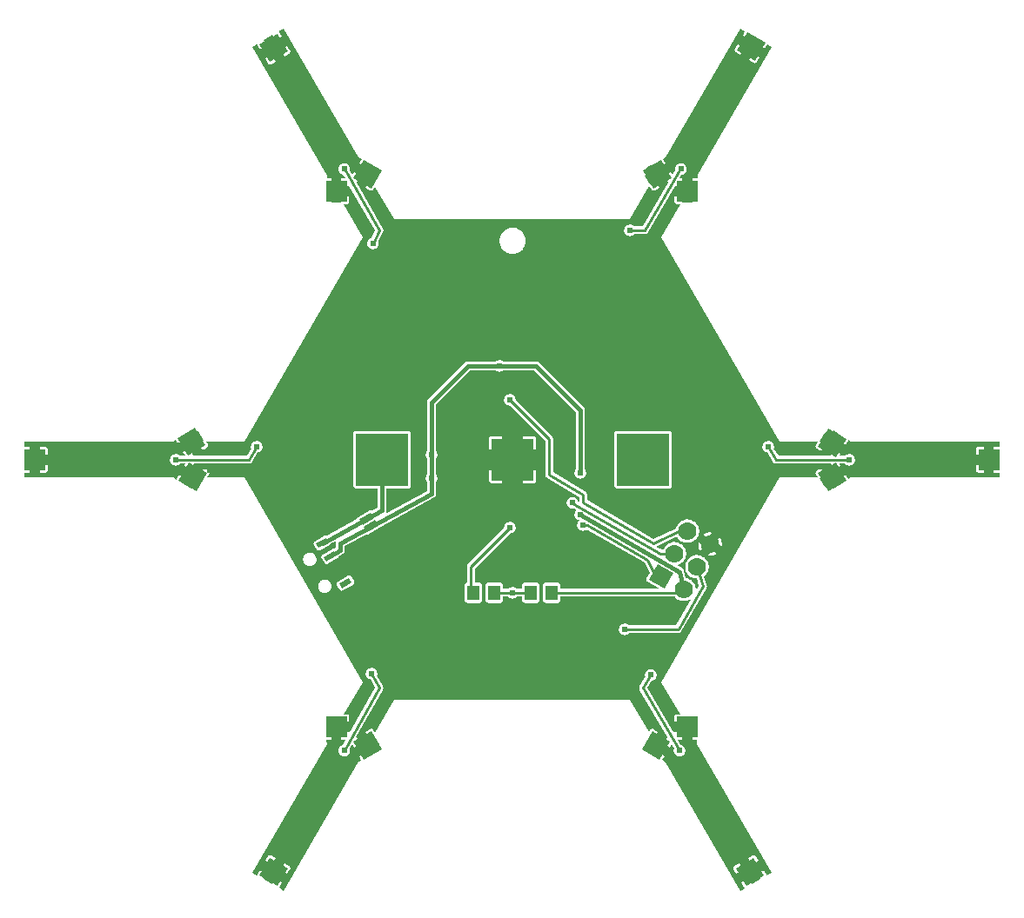
<source format=gbl>
G04 ---------------------------- Layer name :BOTTOM LAYER*
G04 EasyEDA v5.8.22, Wed, 05 Dec 2018 12:37:06 GMT*
G04 38c36d2c5fec4219b0fe707d271aa1e6*
G04 Gerber Generator version 0.2*
G04 Scale: 100 percent, Rotated: No, Reflected: No *
G04 Dimensions in inches *
G04 leading zeros omitted , absolute positions ,2 integer and 4 decimal *
%FSLAX24Y24*%
%MOIN*%
G90*
G70D02*

%ADD10C,0.010000*%
%ADD11C,0.015000*%
%ADD14C,0.024400*%
%ADD15R,0.045670X0.057870*%
%ADD18R,0.078740X0.078740*%
%ADD19R,0.160000X0.160000*%
%ADD20R,0.200000X0.200000*%
%ADD24C,0.070000*%

%LPD*%
G36*
G01X12794Y4938D02*
G01X9944Y0D01*
G01X9759Y106D01*
G01X9761Y107D01*
G01X9764Y110D01*
G01X9767Y113D01*
G01X9770Y116D01*
G01X9773Y119D01*
G01X9775Y122D01*
G01X9778Y126D01*
G01X9780Y129D01*
G01X9782Y132D01*
G01X9881Y303D01*
G01X9881Y303D01*
G01X9624Y452D01*
G01X9508Y251D01*
G01X9167Y448D01*
G01X9283Y648D01*
G01X9026Y797D01*
G01X9025Y797D01*
G01X8927Y627D01*
G01X8925Y623D01*
G01X8923Y619D01*
G01X8921Y615D01*
G01X8920Y612D01*
G01X8918Y608D01*
G01X8917Y604D01*
G01X8916Y600D01*
G01X8915Y596D01*
G01X8915Y593D01*
G01X8740Y694D01*
G01X11584Y5619D01*
G01X11580Y5776D01*
G01X11755Y5776D01*
G01X11755Y5777D01*
G01X11755Y6074D01*
G01X11572Y6074D01*
G01X11562Y6467D01*
G01X11755Y6467D01*
G01X11755Y6669D01*
G01X12148Y6667D01*
G01X12148Y6467D01*
G01X12445Y6467D01*
G01X12446Y6467D01*
G01X12446Y6665D01*
G01X12445Y6669D01*
G01X12445Y6673D01*
G01X12445Y6677D01*
G01X12444Y6681D01*
G01X12443Y6685D01*
G01X12442Y6689D01*
G01X12441Y6693D01*
G01X12440Y6697D01*
G01X12439Y6701D01*
G01X12437Y6705D01*
G01X12435Y6708D01*
G01X12433Y6712D01*
G01X12431Y6716D01*
G01X12429Y6719D01*
G01X12427Y6723D01*
G01X12424Y6726D01*
G01X12422Y6729D01*
G01X12419Y6732D01*
G01X12416Y6735D01*
G01X12413Y6738D01*
G01X12410Y6741D01*
G01X12407Y6743D01*
G01X12404Y6746D01*
G01X12400Y6748D01*
G01X12397Y6750D01*
G01X12393Y6752D01*
G01X12389Y6754D01*
G01X12386Y6756D01*
G01X12382Y6758D01*
G01X12378Y6759D01*
G01X12374Y6760D01*
G01X12370Y6761D01*
G01X12366Y6762D01*
G01X12362Y6763D01*
G01X12358Y6764D01*
G01X12354Y6764D01*
G01X12350Y6764D01*
G01X12346Y6765D01*
G01X12245Y6765D01*
G01X12959Y8000D01*
G01X8436Y15834D01*
G01X7000Y15834D01*
G01X7076Y15964D01*
G01X7078Y15968D01*
G01X7080Y15972D01*
G01X7082Y15976D01*
G01X7083Y15979D01*
G01X7085Y15983D01*
G01X7086Y15987D01*
G01X7087Y15991D01*
G01X7088Y15995D01*
G01X7088Y15999D01*
G01X7089Y16003D01*
G01X7089Y16008D01*
G01X7089Y16012D01*
G01X7089Y16016D01*
G01X7089Y16020D01*
G01X7089Y16024D01*
G01X7089Y16028D01*
G01X7088Y16032D01*
G01X7087Y16036D01*
G01X7086Y16040D01*
G01X7085Y16044D01*
G01X7084Y16048D01*
G01X7082Y16052D01*
G01X7081Y16056D01*
G01X7079Y16060D01*
G01X7077Y16063D01*
G01X7075Y16067D01*
G01X7072Y16070D01*
G01X7070Y16074D01*
G01X7068Y16077D01*
G01X7065Y16080D01*
G01X7062Y16083D01*
G01X7059Y16086D01*
G01X7056Y16089D01*
G01X7053Y16092D01*
G01X7050Y16094D01*
G01X7046Y16097D01*
G01X7043Y16099D01*
G01X7040Y16101D01*
G01X6869Y16200D01*
G01X6869Y16200D01*
G01X6720Y15943D01*
G01X6909Y15834D01*
G01X6890Y15834D01*
G01X6700Y15500D01*
G01X6524Y15602D01*
G01X6408Y15401D01*
G01X6072Y15607D01*
G01X6183Y15798D01*
G01X5926Y15947D01*
G01X5925Y15947D01*
G01X5827Y15777D01*
G01X5825Y15773D01*
G01X5823Y15769D01*
G01X5821Y15765D01*
G01X5820Y15762D01*
G01X5820Y15761D01*
G01X5703Y15834D01*
G01X0Y15834D01*
G01X0Y16027D01*
G01X3Y16027D01*
G01X7Y16026D01*
G01X205Y16026D01*
G01X205Y16027D01*
G01X205Y16324D01*
G01X0Y16324D01*
G01X0Y16717D01*
G01X205Y16717D01*
G01X205Y17014D01*
G01X205Y17015D01*
G01X7Y17015D01*
G01X3Y17014D01*
G01X0Y17014D01*
G01X0Y17223D01*
G01X5688Y17223D01*
G01X5793Y17287D01*
G01X5875Y17144D01*
G01X5876Y17144D01*
G01X6133Y17293D01*
G01X6046Y17442D01*
G01X6382Y17648D01*
G01X6474Y17489D01*
G01X6677Y17607D01*
G01X6872Y17265D01*
G01X6670Y17148D01*
G01X6819Y16891D01*
G01X6819Y16891D01*
G01X6990Y16990D01*
G01X6993Y16992D01*
G01X6996Y16994D01*
G01X7000Y16997D01*
G01X7003Y16999D01*
G01X7006Y17002D01*
G01X7009Y17005D01*
G01X7012Y17008D01*
G01X7015Y17011D01*
G01X7018Y17014D01*
G01X7020Y17017D01*
G01X7022Y17021D01*
G01X7025Y17024D01*
G01X7027Y17028D01*
G01X7029Y17031D01*
G01X7031Y17035D01*
G01X7032Y17039D01*
G01X7034Y17043D01*
G01X7035Y17047D01*
G01X7036Y17051D01*
G01X7037Y17055D01*
G01X7038Y17059D01*
G01X7039Y17063D01*
G01X7039Y17067D01*
G01X7039Y17071D01*
G01X7039Y17075D01*
G01X7039Y17079D01*
G01X7039Y17083D01*
G01X7039Y17088D01*
G01X7038Y17092D01*
G01X7038Y17096D01*
G01X7037Y17100D01*
G01X7036Y17104D01*
G01X7035Y17108D01*
G01X7033Y17112D01*
G01X7032Y17115D01*
G01X7030Y17119D01*
G01X7028Y17123D01*
G01X7026Y17127D01*
G01X6971Y17223D01*
G01X8436Y17223D01*
G01X12959Y25057D01*
G01X12225Y26327D01*
G01X12346Y26327D01*
G01X12350Y26327D01*
G01X12354Y26327D01*
G01X12358Y26327D01*
G01X12362Y26328D01*
G01X12366Y26329D01*
G01X12370Y26330D01*
G01X12374Y26331D01*
G01X12378Y26332D01*
G01X12382Y26333D01*
G01X12386Y26335D01*
G01X12389Y26337D01*
G01X12393Y26339D01*
G01X12397Y26341D01*
G01X12400Y26343D01*
G01X12404Y26345D01*
G01X12407Y26348D01*
G01X12410Y26350D01*
G01X12413Y26353D01*
G01X12416Y26356D01*
G01X12419Y26359D01*
G01X12422Y26362D01*
G01X12424Y26365D01*
G01X12427Y26368D01*
G01X12429Y26372D01*
G01X12431Y26375D01*
G01X12433Y26379D01*
G01X12435Y26383D01*
G01X12437Y26386D01*
G01X12439Y26390D01*
G01X12440Y26394D01*
G01X12441Y26398D01*
G01X12442Y26402D01*
G01X12443Y26406D01*
G01X12444Y26410D01*
G01X12445Y26414D01*
G01X12445Y26418D01*
G01X12445Y26422D01*
G01X12446Y26427D01*
G01X12446Y26624D01*
G01X12445Y26624D01*
G01X12148Y26624D01*
G01X12148Y26393D01*
G01X11755Y26391D01*
G01X11755Y26624D01*
G01X11571Y26624D01*
G01X11581Y27017D01*
G01X11755Y27017D01*
G01X11755Y27314D01*
G01X11755Y27315D01*
G01X11589Y27315D01*
G01X11592Y27424D01*
G01X8740Y32363D01*
G01X8914Y32462D01*
G01X8914Y32462D01*
G01X8914Y32458D01*
G01X8914Y32453D01*
G01X8915Y32449D01*
G01X8915Y32445D01*
G01X8916Y32441D01*
G01X8917Y32437D01*
G01X8918Y32433D01*
G01X8920Y32429D01*
G01X8921Y32426D01*
G01X8923Y32422D01*
G01X8925Y32418D01*
G01X8927Y32414D01*
G01X9025Y32244D01*
G01X9026Y32244D01*
G01X9283Y32393D01*
G01X9160Y32605D01*
G01X9501Y32801D01*
G01X9624Y32589D01*
G01X9881Y32738D01*
G01X9881Y32738D01*
G01X9782Y32909D01*
G01X9780Y32912D01*
G01X9778Y32915D01*
G01X9775Y32919D01*
G01X9773Y32922D01*
G01X9770Y32925D01*
G01X9767Y32928D01*
G01X9764Y32931D01*
G01X9761Y32934D01*
G01X9758Y32937D01*
G01X9755Y32939D01*
G01X9751Y32941D01*
G01X9748Y32944D01*
G01X9944Y33057D01*
G01X12788Y28130D01*
G01X12921Y28058D01*
G01X12822Y27888D01*
G01X12822Y27888D01*
G01X13079Y27739D01*
G01X13182Y27917D01*
G01X13528Y27729D01*
G01X13420Y27543D01*
G01X13599Y27439D01*
G01X13401Y27099D01*
G01X13224Y27202D01*
G01X13075Y26945D01*
G01X13075Y26944D01*
G01X13245Y26846D01*
G01X13249Y26844D01*
G01X13253Y26842D01*
G01X13257Y26840D01*
G01X13260Y26839D01*
G01X13264Y26837D01*
G01X13268Y26836D01*
G01X13272Y26835D01*
G01X13276Y26834D01*
G01X13280Y26834D01*
G01X13284Y26833D01*
G01X13289Y26833D01*
G01X13293Y26833D01*
G01X13297Y26833D01*
G01X13301Y26833D01*
G01X13305Y26833D01*
G01X13309Y26833D01*
G01X13313Y26834D01*
G01X13317Y26835D01*
G01X13321Y26836D01*
G01X13325Y26837D01*
G01X13329Y26838D01*
G01X13333Y26840D01*
G01X13337Y26841D01*
G01X13341Y26843D01*
G01X13344Y26845D01*
G01X13348Y26847D01*
G01X13351Y26850D01*
G01X13355Y26852D01*
G01X13358Y26854D01*
G01X13361Y26857D01*
G01X13364Y26860D01*
G01X13367Y26863D01*
G01X13370Y26866D01*
G01X13373Y26869D01*
G01X13375Y26872D01*
G01X13378Y26876D01*
G01X13380Y26879D01*
G01X13382Y26882D01*
G01X13445Y26991D01*
G01X14161Y25751D01*
G01X23207Y25751D01*
G01X23941Y27021D01*
G01X24021Y26882D01*
G01X24023Y26879D01*
G01X24025Y26876D01*
G01X24028Y26872D01*
G01X24030Y26869D01*
G01X24033Y26866D01*
G01X24036Y26863D01*
G01X24039Y26860D01*
G01X24042Y26857D01*
G01X24045Y26854D01*
G01X24048Y26852D01*
G01X24052Y26850D01*
G01X24055Y26847D01*
G01X24059Y26845D01*
G01X24062Y26843D01*
G01X24066Y26841D01*
G01X24070Y26840D01*
G01X24074Y26838D01*
G01X24078Y26837D01*
G01X24082Y26836D01*
G01X24086Y26835D01*
G01X24090Y26834D01*
G01X24094Y26833D01*
G01X24098Y26833D01*
G01X24102Y26833D01*
G01X24106Y26833D01*
G01X24110Y26833D01*
G01X24114Y26833D01*
G01X24119Y26833D01*
G01X24123Y26834D01*
G01X24127Y26834D01*
G01X24131Y26835D01*
G01X24135Y26836D01*
G01X24139Y26837D01*
G01X24143Y26839D01*
G01X24146Y26840D01*
G01X24150Y26842D01*
G01X24154Y26844D01*
G01X24158Y26846D01*
G01X24328Y26944D01*
G01X24328Y26945D01*
G01X24179Y27202D01*
G01X23977Y27085D01*
G01X23980Y27088D01*
G01X23782Y27427D01*
G01X23983Y27543D01*
G01X23871Y27737D01*
G01X24217Y27924D01*
G01X24324Y27739D01*
G01X24581Y27888D01*
G01X24581Y27888D01*
G01X24482Y28059D01*
G01X24480Y28062D01*
G01X24478Y28065D01*
G01X24478Y28066D01*
G01X24573Y28117D01*
G01X27425Y33057D01*
G01X27614Y32947D01*
G01X27522Y32788D01*
G01X27522Y32788D01*
G01X27779Y32639D01*
G01X27872Y32799D01*
G01X28213Y32602D01*
G01X28120Y32443D01*
G01X28377Y32294D01*
G01X28378Y32294D01*
G01X28470Y32454D01*
G01X28628Y32363D01*
G01X25784Y27436D01*
G01X25787Y27315D01*
G01X25598Y27315D01*
G01X25598Y27314D01*
G01X25598Y27017D01*
G01X25795Y27017D01*
G01X25805Y26624D01*
G01X25598Y26624D01*
G01X25598Y26388D01*
G01X25205Y26389D01*
G01X25205Y26624D01*
G01X24908Y26624D01*
G01X24907Y26624D01*
G01X24907Y26427D01*
G01X24908Y26422D01*
G01X24908Y26418D01*
G01X24908Y26414D01*
G01X24909Y26410D01*
G01X24910Y26406D01*
G01X24911Y26402D01*
G01X24912Y26398D01*
G01X24913Y26394D01*
G01X24914Y26390D01*
G01X24916Y26386D01*
G01X24918Y26383D01*
G01X24920Y26379D01*
G01X24922Y26375D01*
G01X24924Y26372D01*
G01X24926Y26368D01*
G01X24929Y26365D01*
G01X24931Y26362D01*
G01X24934Y26359D01*
G01X24937Y26356D01*
G01X24940Y26353D01*
G01X24943Y26350D01*
G01X24946Y26348D01*
G01X24949Y26345D01*
G01X24953Y26343D01*
G01X24956Y26341D01*
G01X24960Y26339D01*
G01X24964Y26337D01*
G01X24967Y26335D01*
G01X24971Y26333D01*
G01X24975Y26332D01*
G01X24979Y26331D01*
G01X24983Y26330D01*
G01X24987Y26329D01*
G01X24991Y26328D01*
G01X24995Y26327D01*
G01X24999Y26327D01*
G01X25003Y26327D01*
G01X25007Y26327D01*
G01X25143Y26327D01*
G01X24409Y25057D01*
G01X28932Y17223D01*
G01X28933Y17222D01*
G01X30411Y17222D01*
G01X30327Y17077D01*
G01X30325Y17073D01*
G01X30323Y17069D01*
G01X30321Y17065D01*
G01X30320Y17062D01*
G01X30318Y17058D01*
G01X30317Y17054D01*
G01X30316Y17050D01*
G01X30315Y17046D01*
G01X30315Y17042D01*
G01X30314Y17038D01*
G01X30314Y17033D01*
G01X30314Y17029D01*
G01X30314Y17025D01*
G01X30314Y17021D01*
G01X30314Y17017D01*
G01X30314Y17013D01*
G01X30315Y17009D01*
G01X30316Y17005D01*
G01X30317Y17001D01*
G01X30318Y16997D01*
G01X30319Y16993D01*
G01X30321Y16989D01*
G01X30322Y16985D01*
G01X30324Y16981D01*
G01X30326Y16978D01*
G01X30328Y16974D01*
G01X30331Y16971D01*
G01X30333Y16967D01*
G01X30335Y16964D01*
G01X30338Y16961D01*
G01X30341Y16958D01*
G01X30344Y16955D01*
G01X30347Y16952D01*
G01X30350Y16949D01*
G01X30353Y16947D01*
G01X30357Y16944D01*
G01X30360Y16942D01*
G01X30363Y16940D01*
G01X30534Y16841D01*
G01X30534Y16841D01*
G01X30683Y17098D01*
G01X30469Y17222D01*
G01X30478Y17222D01*
G01X30670Y17560D01*
G01X30879Y17439D01*
G01X30993Y17635D01*
G01X31328Y17429D01*
G01X31220Y17243D01*
G01X31477Y17094D01*
G01X31478Y17094D01*
G01X31576Y17264D01*
G01X31578Y17268D01*
G01X31580Y17272D01*
G01X31581Y17274D01*
G01X31666Y17222D01*
G01X37369Y17222D01*
G01X37369Y17012D01*
G01X37366Y17012D01*
G01X37362Y17013D01*
G01X37358Y17014D01*
G01X37354Y17014D01*
G01X37350Y17014D01*
G01X37345Y17015D01*
G01X37148Y17015D01*
G01X37148Y17014D01*
G01X37148Y16717D01*
G01X37369Y16717D01*
G01X37369Y16324D01*
G01X37148Y16324D01*
G01X37148Y16027D01*
G01X37148Y16026D01*
G01X37345Y16026D01*
G01X37350Y16027D01*
G01X37354Y16027D01*
G01X37358Y16027D01*
G01X37362Y16028D01*
G01X37366Y16029D01*
G01X37369Y16029D01*
G01X37369Y15834D01*
G01X31680Y15834D01*
G01X31579Y15771D01*
G01X31578Y15773D01*
G01X31576Y15777D01*
G01X31478Y15947D01*
G01X31477Y15947D01*
G01X31220Y15798D01*
G01X31326Y15616D01*
G01X30990Y15410D01*
G01X30879Y15602D01*
G01X30673Y15482D01*
G01X30478Y15824D01*
G01X30683Y15943D01*
G01X30534Y16200D01*
G01X30534Y16200D01*
G01X30363Y16101D01*
G01X30360Y16099D01*
G01X30357Y16097D01*
G01X30353Y16094D01*
G01X30350Y16092D01*
G01X30347Y16089D01*
G01X30344Y16086D01*
G01X30341Y16083D01*
G01X30338Y16080D01*
G01X30335Y16077D01*
G01X30333Y16074D01*
G01X30331Y16070D01*
G01X30328Y16067D01*
G01X30326Y16063D01*
G01X30324Y16060D01*
G01X30322Y16056D01*
G01X30321Y16052D01*
G01X30319Y16048D01*
G01X30318Y16044D01*
G01X30317Y16040D01*
G01X30316Y16036D01*
G01X30315Y16032D01*
G01X30314Y16028D01*
G01X30314Y16024D01*
G01X30314Y16020D01*
G01X30314Y16016D01*
G01X30314Y16012D01*
G01X30314Y16008D01*
G01X30314Y16003D01*
G01X30315Y15999D01*
G01X30315Y15995D01*
G01X30316Y15991D01*
G01X30317Y15987D01*
G01X30318Y15983D01*
G01X30320Y15979D01*
G01X30321Y15976D01*
G01X30323Y15972D01*
G01X30325Y15968D01*
G01X30327Y15964D01*
G01X30403Y15834D01*
G01X28933Y15834D01*
G01X24409Y8000D01*
G01X25123Y6765D01*
G01X25007Y6765D01*
G01X25003Y6764D01*
G01X24999Y6764D01*
G01X24995Y6764D01*
G01X24991Y6763D01*
G01X24987Y6762D01*
G01X24983Y6761D01*
G01X24979Y6760D01*
G01X24975Y6759D01*
G01X24971Y6758D01*
G01X24967Y6756D01*
G01X24964Y6754D01*
G01X24960Y6752D01*
G01X24956Y6750D01*
G01X24953Y6748D01*
G01X24949Y6746D01*
G01X24946Y6743D01*
G01X24943Y6741D01*
G01X24940Y6738D01*
G01X24937Y6735D01*
G01X24934Y6732D01*
G01X24931Y6729D01*
G01X24929Y6726D01*
G01X24926Y6723D01*
G01X24924Y6719D01*
G01X24922Y6716D01*
G01X24920Y6712D01*
G01X24918Y6708D01*
G01X24916Y6705D01*
G01X24914Y6701D01*
G01X24913Y6697D01*
G01X24912Y6693D01*
G01X24911Y6689D01*
G01X24910Y6685D01*
G01X24909Y6681D01*
G01X24908Y6677D01*
G01X24908Y6673D01*
G01X24908Y6669D01*
G01X24907Y6665D01*
G01X24907Y6467D01*
G01X24908Y6467D01*
G01X25205Y6467D01*
G01X25205Y6662D01*
G01X25598Y6664D01*
G01X25598Y6467D01*
G01X25799Y6467D01*
G01X25788Y6074D01*
G01X25598Y6074D01*
G01X25598Y5777D01*
G01X25598Y5776D01*
G01X25780Y5776D01*
G01X25777Y5632D01*
G01X28628Y694D01*
G01X28439Y585D01*
G01X28439Y588D01*
G01X28438Y592D01*
G01X28438Y596D01*
G01X28437Y600D01*
G01X28436Y604D01*
G01X28435Y608D01*
G01X28433Y612D01*
G01X28432Y615D01*
G01X28430Y619D01*
G01X28428Y623D01*
G01X28426Y627D01*
G01X28328Y797D01*
G01X28327Y797D01*
G01X28070Y648D01*
G01X28190Y441D01*
G01X27849Y244D01*
G01X27729Y452D01*
G01X27472Y303D01*
G01X27472Y303D01*
G01X27571Y132D01*
G01X27573Y129D01*
G01X27575Y126D01*
G01X27578Y122D01*
G01X27580Y119D01*
G01X27583Y116D01*
G01X27586Y113D01*
G01X27589Y110D01*
G01X27592Y107D01*
G01X27595Y104D01*
G01X27598Y102D01*
G01X27600Y100D01*
G01X27425Y0D01*
G01X24582Y4926D01*
G01X24443Y5001D01*
G01X24531Y5153D01*
G01X24531Y5153D01*
G01X24274Y5302D01*
G01X24181Y5142D01*
G01X23835Y5329D01*
G01X23933Y5498D01*
G01X23759Y5599D01*
G01X23958Y5938D01*
G01X24129Y5839D01*
G01X24278Y6096D01*
G01X24278Y6097D01*
G01X24108Y6195D01*
G01X24104Y6197D01*
G01X24100Y6199D01*
G01X24096Y6201D01*
G01X24093Y6202D01*
G01X24089Y6204D01*
G01X24085Y6205D01*
G01X24081Y6206D01*
G01X24077Y6207D01*
G01X24073Y6207D01*
G01X24069Y6208D01*
G01X24064Y6208D01*
G01X24060Y6208D01*
G01X24056Y6208D01*
G01X24052Y6208D01*
G01X24048Y6208D01*
G01X24044Y6208D01*
G01X24040Y6207D01*
G01X24036Y6206D01*
G01X24032Y6205D01*
G01X24028Y6204D01*
G01X24024Y6203D01*
G01X24020Y6201D01*
G01X24016Y6200D01*
G01X24012Y6198D01*
G01X24009Y6196D01*
G01X24005Y6194D01*
G01X24002Y6191D01*
G01X23998Y6189D01*
G01X23995Y6187D01*
G01X23992Y6184D01*
G01X23989Y6181D01*
G01X23986Y6178D01*
G01X23983Y6175D01*
G01X23980Y6172D01*
G01X23978Y6169D01*
G01X23975Y6165D01*
G01X23973Y6162D01*
G01X23971Y6159D01*
G01X23920Y6071D01*
G01X23207Y7305D01*
G01X14161Y7305D01*
G01X13440Y6057D01*
G01X13382Y6159D01*
G01X13380Y6162D01*
G01X13378Y6165D01*
G01X13375Y6169D01*
G01X13373Y6172D01*
G01X13370Y6175D01*
G01X13367Y6178D01*
G01X13364Y6181D01*
G01X13361Y6184D01*
G01X13358Y6187D01*
G01X13355Y6189D01*
G01X13351Y6191D01*
G01X13348Y6194D01*
G01X13344Y6196D01*
G01X13341Y6198D01*
G01X13337Y6200D01*
G01X13333Y6201D01*
G01X13329Y6203D01*
G01X13325Y6204D01*
G01X13321Y6205D01*
G01X13317Y6206D01*
G01X13313Y6207D01*
G01X13309Y6208D01*
G01X13305Y6208D01*
G01X13301Y6208D01*
G01X13297Y6208D01*
G01X13293Y6208D01*
G01X13289Y6208D01*
G01X13284Y6208D01*
G01X13280Y6207D01*
G01X13276Y6207D01*
G01X13272Y6206D01*
G01X13268Y6205D01*
G01X13264Y6204D01*
G01X13260Y6202D01*
G01X13257Y6201D01*
G01X13253Y6199D01*
G01X13249Y6197D01*
G01X13245Y6195D01*
G01X13075Y6097D01*
G01X13075Y6096D01*
G01X13224Y5839D01*
G01X13403Y5943D01*
G01X13602Y5603D01*
G01X13420Y5498D01*
G01X13518Y5330D01*
G01X13171Y5142D01*
G01X13079Y5302D01*
G01X12822Y5153D01*
G01X12822Y5153D01*
G01X12911Y5000D01*
G01X12794Y4938D01*
G37*

%LPC*%
G36*
G01X27177Y814D02*
G01X27275Y644D01*
G01X27276Y644D01*
G01X27533Y793D01*
G01X27384Y1050D01*
G01X27384Y1050D01*
G01X27213Y951D01*
G01X27210Y949D01*
G01X27207Y947D01*
G01X27203Y944D01*
G01X27200Y942D01*
G01X27197Y939D01*
G01X27194Y936D01*
G01X27191Y933D01*
G01X27188Y930D01*
G01X27185Y927D01*
G01X27183Y924D01*
G01X27181Y920D01*
G01X27178Y917D01*
G01X27176Y913D01*
G01X27174Y910D01*
G01X27172Y906D01*
G01X27171Y902D01*
G01X27169Y898D01*
G01X27168Y894D01*
G01X27167Y890D01*
G01X27166Y886D01*
G01X27165Y882D01*
G01X27164Y878D01*
G01X27164Y874D01*
G01X27164Y870D01*
G01X27164Y866D01*
G01X27164Y862D01*
G01X27164Y858D01*
G01X27164Y853D01*
G01X27165Y849D01*
G01X27165Y845D01*
G01X27166Y841D01*
G01X27167Y837D01*
G01X27168Y833D01*
G01X27170Y829D01*
G01X27171Y826D01*
G01X27173Y822D01*
G01X27175Y818D01*
G01X27177Y814D01*
G37*
G36*
G01X10077Y644D02*
G01X10078Y644D01*
G01X10176Y814D01*
G01X10178Y818D01*
G01X10180Y822D01*
G01X10182Y826D01*
G01X10183Y829D01*
G01X10185Y833D01*
G01X10186Y837D01*
G01X10187Y841D01*
G01X10188Y845D01*
G01X10188Y849D01*
G01X10189Y853D01*
G01X10189Y858D01*
G01X10189Y862D01*
G01X10189Y866D01*
G01X10189Y870D01*
G01X10189Y874D01*
G01X10189Y878D01*
G01X10188Y882D01*
G01X10187Y886D01*
G01X10186Y890D01*
G01X10185Y894D01*
G01X10184Y898D01*
G01X10182Y902D01*
G01X10181Y906D01*
G01X10179Y910D01*
G01X10177Y913D01*
G01X10175Y917D01*
G01X10172Y920D01*
G01X10170Y924D01*
G01X10168Y927D01*
G01X10165Y930D01*
G01X10162Y933D01*
G01X10159Y936D01*
G01X10156Y939D01*
G01X10153Y942D01*
G01X10150Y944D01*
G01X10146Y947D01*
G01X10143Y949D01*
G01X10140Y951D01*
G01X9969Y1050D01*
G01X9969Y1050D01*
G01X9820Y793D01*
G01X10077Y644D01*
G37*
G36*
G01X27725Y1246D02*
G01X27874Y989D01*
G01X28131Y1138D01*
G01X28131Y1138D01*
G01X28032Y1309D01*
G01X28030Y1312D01*
G01X28028Y1315D01*
G01X28025Y1319D01*
G01X28023Y1322D01*
G01X28020Y1325D01*
G01X28017Y1328D01*
G01X28014Y1331D01*
G01X28011Y1334D01*
G01X28008Y1337D01*
G01X28005Y1339D01*
G01X28001Y1341D01*
G01X27998Y1344D01*
G01X27994Y1346D01*
G01X27991Y1348D01*
G01X27987Y1350D01*
G01X27983Y1351D01*
G01X27979Y1353D01*
G01X27975Y1354D01*
G01X27971Y1355D01*
G01X27967Y1356D01*
G01X27963Y1357D01*
G01X27959Y1358D01*
G01X27955Y1358D01*
G01X27951Y1358D01*
G01X27947Y1358D01*
G01X27943Y1358D01*
G01X27939Y1358D01*
G01X27934Y1358D01*
G01X27930Y1357D01*
G01X27926Y1357D01*
G01X27922Y1356D01*
G01X27918Y1355D01*
G01X27914Y1354D01*
G01X27910Y1352D01*
G01X27907Y1351D01*
G01X27903Y1349D01*
G01X27899Y1347D01*
G01X27895Y1345D01*
G01X27725Y1247D01*
G01X27725Y1246D01*
G37*
G36*
G01X9222Y1138D02*
G01X9479Y989D01*
G01X9628Y1246D01*
G01X9628Y1247D01*
G01X9458Y1345D01*
G01X9454Y1347D01*
G01X9450Y1349D01*
G01X9446Y1351D01*
G01X9443Y1352D01*
G01X9439Y1354D01*
G01X9435Y1355D01*
G01X9431Y1356D01*
G01X9427Y1357D01*
G01X9423Y1357D01*
G01X9419Y1358D01*
G01X9414Y1358D01*
G01X9410Y1358D01*
G01X9406Y1358D01*
G01X9402Y1358D01*
G01X9398Y1358D01*
G01X9394Y1358D01*
G01X9390Y1357D01*
G01X9386Y1356D01*
G01X9382Y1355D01*
G01X9378Y1354D01*
G01X9374Y1353D01*
G01X9370Y1351D01*
G01X9366Y1350D01*
G01X9362Y1348D01*
G01X9359Y1346D01*
G01X9355Y1344D01*
G01X9352Y1341D01*
G01X9348Y1339D01*
G01X9345Y1337D01*
G01X9342Y1334D01*
G01X9339Y1331D01*
G01X9336Y1328D01*
G01X9333Y1325D01*
G01X9330Y1322D01*
G01X9328Y1319D01*
G01X9325Y1315D01*
G01X9323Y1312D01*
G01X9321Y1309D01*
G01X9222Y1138D01*
G01X9222Y1138D01*
G37*
G36*
G01X12224Y5149D02*
G01X12246Y5148D01*
G01X12268Y5148D01*
G01X12290Y5151D01*
G01X12312Y5156D01*
G01X12333Y5163D01*
G01X12353Y5172D01*
G01X12372Y5183D01*
G01X12391Y5196D01*
G01X12407Y5211D01*
G01X12422Y5227D01*
G01X12436Y5245D01*
G01X12447Y5264D01*
G01X12457Y5284D01*
G01X12465Y5305D01*
G01X12470Y5326D01*
G01X12473Y5348D01*
G01X12475Y5371D01*
G01X12473Y5393D01*
G01X12470Y5415D01*
G01X12465Y5436D01*
G01X12463Y5441D01*
G01X12558Y5610D01*
G01X12625Y5494D01*
G01X12626Y5494D01*
G01X12883Y5643D01*
G01X12734Y5900D01*
G01X12734Y5900D01*
G01X12715Y5889D01*
G01X13732Y7697D01*
G01X13735Y7702D01*
G01X13737Y7706D01*
G01X13739Y7711D01*
G01X13741Y7716D01*
G01X13743Y7721D01*
G01X13745Y7726D01*
G01X13746Y7731D01*
G01X13747Y7736D01*
G01X13749Y7741D01*
G01X13750Y7746D01*
G01X13750Y7751D01*
G01X13751Y7756D01*
G01X13751Y7762D01*
G01X13751Y7767D01*
G01X13751Y7772D01*
G01X13751Y7777D01*
G01X13751Y7783D01*
G01X13750Y7788D01*
G01X13750Y7793D01*
G01X13749Y7798D01*
G01X13748Y7803D01*
G01X13747Y7808D01*
G01X13745Y7813D01*
G01X13744Y7818D01*
G01X13742Y7823D01*
G01X13740Y7828D01*
G01X13738Y7833D01*
G01X13736Y7838D01*
G01X13733Y7842D01*
G01X13512Y8248D01*
G01X13515Y8255D01*
G01X13520Y8276D01*
G01X13523Y8298D01*
G01X13525Y8321D01*
G01X13523Y8343D01*
G01X13520Y8365D01*
G01X13515Y8386D01*
G01X13507Y8407D01*
G01X13497Y8427D01*
G01X13486Y8446D01*
G01X13472Y8464D01*
G01X13457Y8480D01*
G01X13441Y8495D01*
G01X13422Y8508D01*
G01X13403Y8519D01*
G01X13383Y8528D01*
G01X13362Y8535D01*
G01X13340Y8540D01*
G01X13318Y8543D01*
G01X13296Y8543D01*
G01X13274Y8542D01*
G01X13252Y8538D01*
G01X13230Y8532D01*
G01X13210Y8524D01*
G01X13190Y8514D01*
G01X13171Y8502D01*
G01X13154Y8488D01*
G01X13138Y8472D01*
G01X13124Y8455D01*
G01X13111Y8437D01*
G01X13101Y8417D01*
G01X13092Y8397D01*
G01X13085Y8376D01*
G01X13081Y8354D01*
G01X13079Y8332D01*
G01X13079Y8309D01*
G01X13081Y8287D01*
G01X13085Y8265D01*
G01X13092Y8244D01*
G01X13101Y8224D01*
G01X13111Y8204D01*
G01X13124Y8186D01*
G01X13138Y8169D01*
G01X13154Y8153D01*
G01X13171Y8139D01*
G01X13190Y8127D01*
G01X13210Y8117D01*
G01X13230Y8109D01*
G01X13249Y8104D01*
G01X13430Y7772D01*
G01X12446Y6021D01*
G01X12446Y6074D01*
G01X12445Y6074D01*
G01X12148Y6074D01*
G01X12148Y5777D01*
G01X12148Y5776D01*
G01X12308Y5776D01*
G01X12202Y5588D01*
G01X12180Y5582D01*
G01X12160Y5574D01*
G01X12140Y5564D01*
G01X12121Y5552D01*
G01X12104Y5538D01*
G01X12088Y5522D01*
G01X12074Y5505D01*
G01X12061Y5487D01*
G01X12051Y5467D01*
G01X12042Y5447D01*
G01X12035Y5426D01*
G01X12031Y5404D01*
G01X12029Y5382D01*
G01X12029Y5359D01*
G01X12031Y5337D01*
G01X12035Y5315D01*
G01X12042Y5294D01*
G01X12051Y5274D01*
G01X12061Y5254D01*
G01X12074Y5236D01*
G01X12088Y5219D01*
G01X12104Y5203D01*
G01X12121Y5189D01*
G01X12140Y5177D01*
G01X12160Y5167D01*
G01X12180Y5159D01*
G01X12202Y5153D01*
G01X12224Y5149D01*
G37*
G36*
G01X25074Y5149D02*
G01X25096Y5148D01*
G01X25118Y5148D01*
G01X25140Y5151D01*
G01X25162Y5156D01*
G01X25183Y5163D01*
G01X25203Y5172D01*
G01X25222Y5183D01*
G01X25241Y5196D01*
G01X25257Y5211D01*
G01X25272Y5227D01*
G01X25286Y5245D01*
G01X25297Y5264D01*
G01X25307Y5284D01*
G01X25315Y5305D01*
G01X25320Y5326D01*
G01X25323Y5348D01*
G01X25325Y5371D01*
G01X25323Y5393D01*
G01X25320Y5415D01*
G01X25315Y5436D01*
G01X25307Y5457D01*
G01X25297Y5477D01*
G01X25286Y5496D01*
G01X25272Y5514D01*
G01X25257Y5530D01*
G01X25241Y5545D01*
G01X25222Y5558D01*
G01X25203Y5569D01*
G01X25183Y5578D01*
G01X25162Y5585D01*
G01X25148Y5588D01*
G01X25038Y5776D01*
G01X25205Y5776D01*
G01X25205Y5777D01*
G01X25205Y6074D01*
G01X24908Y6074D01*
G01X24907Y6074D01*
G01X24907Y6001D01*
G01X23876Y7769D01*
G01X24045Y8052D01*
G01X24062Y8056D01*
G01X24083Y8063D01*
G01X24103Y8072D01*
G01X24122Y8083D01*
G01X24141Y8096D01*
G01X24157Y8111D01*
G01X24172Y8127D01*
G01X24186Y8145D01*
G01X24197Y8164D01*
G01X24207Y8184D01*
G01X24215Y8205D01*
G01X24220Y8226D01*
G01X24223Y8248D01*
G01X24225Y8271D01*
G01X24223Y8293D01*
G01X24220Y8315D01*
G01X24215Y8336D01*
G01X24207Y8357D01*
G01X24197Y8377D01*
G01X24186Y8396D01*
G01X24172Y8414D01*
G01X24157Y8430D01*
G01X24141Y8445D01*
G01X24122Y8458D01*
G01X24103Y8469D01*
G01X24083Y8478D01*
G01X24062Y8485D01*
G01X24040Y8490D01*
G01X24018Y8493D01*
G01X23996Y8493D01*
G01X23974Y8492D01*
G01X23952Y8488D01*
G01X23930Y8482D01*
G01X23910Y8474D01*
G01X23890Y8464D01*
G01X23871Y8452D01*
G01X23854Y8438D01*
G01X23838Y8422D01*
G01X23824Y8405D01*
G01X23811Y8387D01*
G01X23801Y8367D01*
G01X23792Y8347D01*
G01X23785Y8326D01*
G01X23781Y8304D01*
G01X23779Y8282D01*
G01X23779Y8259D01*
G01X23781Y8237D01*
G01X23785Y8215D01*
G01X23788Y8206D01*
G01X23573Y7848D01*
G01X23570Y7843D01*
G01X23568Y7839D01*
G01X23566Y7834D01*
G01X23563Y7829D01*
G01X23562Y7824D01*
G01X23560Y7820D01*
G01X23558Y7815D01*
G01X23557Y7810D01*
G01X23555Y7805D01*
G01X23554Y7800D01*
G01X23553Y7795D01*
G01X23553Y7789D01*
G01X23552Y7784D01*
G01X23552Y7779D01*
G01X23552Y7774D01*
G01X23552Y7769D01*
G01X23552Y7764D01*
G01X23552Y7759D01*
G01X23552Y7753D01*
G01X23553Y7748D01*
G01X23554Y7743D01*
G01X23555Y7738D01*
G01X23556Y7733D01*
G01X23558Y7728D01*
G01X23559Y7723D01*
G01X23561Y7718D01*
G01X23563Y7713D01*
G01X23565Y7709D01*
G01X23567Y7704D01*
G01X23569Y7699D01*
G01X23572Y7695D01*
G01X24619Y5899D01*
G01X24619Y5900D01*
G01X24619Y5900D01*
G01X24470Y5643D01*
G01X24727Y5494D01*
G01X24728Y5494D01*
G01X24791Y5604D01*
G01X24889Y5437D01*
G01X24885Y5426D01*
G01X24881Y5404D01*
G01X24879Y5382D01*
G01X24879Y5359D01*
G01X24881Y5337D01*
G01X24885Y5315D01*
G01X24892Y5294D01*
G01X24901Y5274D01*
G01X24911Y5254D01*
G01X24924Y5236D01*
G01X24938Y5219D01*
G01X24954Y5203D01*
G01X24971Y5189D01*
G01X24990Y5177D01*
G01X25010Y5167D01*
G01X25030Y5159D01*
G01X25052Y5153D01*
G01X25074Y5149D01*
G37*
G36*
G01X22974Y9799D02*
G01X22996Y9798D01*
G01X23018Y9798D01*
G01X23040Y9801D01*
G01X23062Y9806D01*
G01X23083Y9813D01*
G01X23103Y9822D01*
G01X23122Y9833D01*
G01X23141Y9846D01*
G01X23157Y9861D01*
G01X23166Y9871D01*
G01X25052Y9871D01*
G01X25057Y9871D01*
G01X25062Y9871D01*
G01X25067Y9871D01*
G01X25072Y9872D01*
G01X25077Y9873D01*
G01X25082Y9874D01*
G01X25087Y9875D01*
G01X25092Y9876D01*
G01X25096Y9877D01*
G01X25101Y9879D01*
G01X25106Y9881D01*
G01X25111Y9883D01*
G01X25115Y9885D01*
G01X25120Y9887D01*
G01X25124Y9889D01*
G01X25129Y9892D01*
G01X25133Y9895D01*
G01X25137Y9897D01*
G01X25141Y9900D01*
G01X25145Y9904D01*
G01X25149Y9907D01*
G01X25153Y9910D01*
G01X25157Y9914D01*
G01X25160Y9917D01*
G01X25164Y9921D01*
G01X25167Y9925D01*
G01X25170Y9929D01*
G01X25173Y9933D01*
G01X25176Y9937D01*
G01X25179Y9941D01*
G01X25181Y9946D01*
G01X26131Y11596D01*
G01X26134Y11600D01*
G01X26136Y11605D01*
G01X26139Y11609D01*
G01X26141Y11614D01*
G01X26142Y11619D01*
G01X26144Y11624D01*
G01X26146Y11629D01*
G01X26147Y11634D01*
G01X26148Y11639D01*
G01X26149Y11644D01*
G01X26150Y11649D01*
G01X26151Y11654D01*
G01X26151Y11659D01*
G01X26151Y11664D01*
G01X26152Y11669D01*
G01X26151Y11675D01*
G01X26151Y11680D01*
G01X26151Y11685D01*
G01X26150Y11690D01*
G01X26149Y11695D01*
G01X26149Y11700D01*
G01X26147Y11705D01*
G01X26146Y11710D01*
G01X26145Y11715D01*
G01X26037Y12060D01*
G01X26049Y12068D01*
G01X26082Y12098D01*
G01X26113Y12131D01*
G01X26140Y12166D01*
G01X26164Y12205D01*
G01X26183Y12245D01*
G01X26198Y12288D01*
G01X26210Y12331D01*
G01X26216Y12376D01*
G01X26219Y12421D01*
G01X26216Y12465D01*
G01X26210Y12510D01*
G01X26198Y12553D01*
G01X26183Y12596D01*
G01X26164Y12636D01*
G01X26140Y12675D01*
G01X26113Y12710D01*
G01X26082Y12743D01*
G01X26049Y12773D01*
G01X26012Y12799D01*
G01X25973Y12822D01*
G01X25932Y12840D01*
G01X25890Y12855D01*
G01X25846Y12865D01*
G01X25801Y12870D01*
G01X25756Y12871D01*
G01X25711Y12868D01*
G01X25667Y12860D01*
G01X25624Y12848D01*
G01X25582Y12832D01*
G01X25542Y12811D01*
G01X25504Y12787D01*
G01X25469Y12759D01*
G01X25437Y12727D01*
G01X25408Y12693D01*
G01X25383Y12656D01*
G01X25361Y12616D01*
G01X25344Y12575D01*
G01X25330Y12532D01*
G01X25322Y12488D01*
G01X25317Y12443D01*
G01X25317Y12398D01*
G01X25322Y12353D01*
G01X25330Y12309D01*
G01X25344Y12266D01*
G01X25361Y12225D01*
G01X25383Y12185D01*
G01X25408Y12148D01*
G01X25437Y12114D01*
G01X25469Y12082D01*
G01X25504Y12054D01*
G01X25542Y12030D01*
G01X25582Y12009D01*
G01X25624Y11993D01*
G01X25667Y11981D01*
G01X25711Y11973D01*
G01X25751Y11970D01*
G01X25839Y11688D01*
G01X25709Y11463D01*
G01X25710Y11465D01*
G01X25716Y11510D01*
G01X25719Y11554D01*
G01X25716Y11599D01*
G01X25710Y11644D01*
G01X25698Y11687D01*
G01X25683Y11730D01*
G01X25664Y11770D01*
G01X25640Y11809D01*
G01X25613Y11844D01*
G01X25582Y11877D01*
G01X25549Y11907D01*
G01X25512Y11933D01*
G01X25473Y11956D01*
G01X25432Y11974D01*
G01X25390Y11989D01*
G01X25346Y11999D01*
G01X25337Y12000D01*
G01X25271Y12263D01*
G01X25270Y12268D01*
G01X25268Y12274D01*
G01X25266Y12279D01*
G01X25265Y12284D01*
G01X25262Y12289D01*
G01X25260Y12295D01*
G01X25258Y12300D01*
G01X25255Y12305D01*
G01X25252Y12309D01*
G01X25249Y12314D01*
G01X25246Y12319D01*
G01X25243Y12323D01*
G01X25240Y12328D01*
G01X25236Y12332D01*
G01X25232Y12337D01*
G01X25229Y12341D01*
G01X25225Y12345D01*
G01X25221Y12349D01*
G01X25217Y12352D01*
G01X25212Y12356D01*
G01X25208Y12359D01*
G01X25203Y12363D01*
G01X25199Y12366D01*
G01X25194Y12369D01*
G01X25189Y12372D01*
G01X25001Y12481D01*
G01X25024Y12486D01*
G01X25066Y12501D01*
G01X25107Y12519D01*
G01X25146Y12542D01*
G01X25183Y12568D01*
G01X25216Y12598D01*
G01X25247Y12631D01*
G01X25274Y12666D01*
G01X25298Y12705D01*
G01X25317Y12745D01*
G01X25332Y12788D01*
G01X25344Y12831D01*
G01X25350Y12876D01*
G01X25353Y12921D01*
G01X25350Y12965D01*
G01X25344Y13010D01*
G01X25332Y13053D01*
G01X25317Y13096D01*
G01X25298Y13136D01*
G01X25274Y13175D01*
G01X25247Y13210D01*
G01X25216Y13243D01*
G01X25183Y13273D01*
G01X25146Y13299D01*
G01X25107Y13322D01*
G01X25066Y13340D01*
G01X25024Y13355D01*
G01X24980Y13365D01*
G01X24935Y13370D01*
G01X24890Y13371D01*
G01X24845Y13368D01*
G01X24801Y13360D01*
G01X24758Y13348D01*
G01X24716Y13332D01*
G01X24676Y13311D01*
G01X24638Y13287D01*
G01X24603Y13259D01*
G01X24571Y13227D01*
G01X24542Y13193D01*
G01X24517Y13156D01*
G01X24495Y13116D01*
G01X24478Y13075D01*
G01X24476Y13071D01*
G01X24421Y13071D01*
G01X24196Y13200D01*
G01X25001Y13581D01*
G01X25017Y13551D01*
G01X25042Y13514D01*
G01X25071Y13480D01*
G01X25103Y13448D01*
G01X25138Y13420D01*
G01X25176Y13396D01*
G01X25216Y13375D01*
G01X25258Y13359D01*
G01X25301Y13347D01*
G01X25345Y13339D01*
G01X25390Y13336D01*
G01X25435Y13337D01*
G01X25480Y13342D01*
G01X25524Y13352D01*
G01X25566Y13367D01*
G01X25607Y13385D01*
G01X25646Y13408D01*
G01X25683Y13434D01*
G01X25716Y13464D01*
G01X25747Y13497D01*
G01X25774Y13532D01*
G01X25798Y13571D01*
G01X25817Y13611D01*
G01X25832Y13654D01*
G01X25844Y13697D01*
G01X25850Y13742D01*
G01X25853Y13787D01*
G01X25850Y13831D01*
G01X25844Y13876D01*
G01X25832Y13919D01*
G01X25817Y13962D01*
G01X25798Y14002D01*
G01X25774Y14041D01*
G01X25747Y14076D01*
G01X25716Y14109D01*
G01X25683Y14139D01*
G01X25646Y14165D01*
G01X25607Y14188D01*
G01X25566Y14206D01*
G01X25524Y14221D01*
G01X25480Y14231D01*
G01X25435Y14236D01*
G01X25390Y14237D01*
G01X25345Y14234D01*
G01X25301Y14226D01*
G01X25258Y14214D01*
G01X25216Y14198D01*
G01X25176Y14177D01*
G01X25138Y14153D01*
G01X25103Y14125D01*
G01X25071Y14093D01*
G01X25042Y14059D01*
G01X25017Y14022D01*
G01X24995Y13982D01*
G01X24978Y13941D01*
G01X24964Y13898D01*
G01X24964Y13895D01*
G01X24108Y13490D01*
G01X21552Y14969D01*
G01X21552Y15180D01*
G01X21551Y15186D01*
G01X21551Y15191D01*
G01X21551Y15196D01*
G01X21550Y15201D01*
G01X21549Y15206D01*
G01X21548Y15211D01*
G01X21547Y15216D01*
G01X21546Y15221D01*
G01X21544Y15226D01*
G01X21543Y15231D01*
G01X21541Y15236D01*
G01X21539Y15241D01*
G01X21537Y15245D01*
G01X21534Y15250D01*
G01X21532Y15254D01*
G01X21529Y15259D01*
G01X21527Y15263D01*
G01X21524Y15267D01*
G01X21521Y15272D01*
G01X21517Y15276D01*
G01X21514Y15280D01*
G01X21511Y15283D01*
G01X21507Y15287D01*
G01X21503Y15291D01*
G01X21500Y15294D01*
G01X21496Y15297D01*
G01X21491Y15301D01*
G01X21487Y15304D01*
G01X21483Y15306D01*
G01X21479Y15309D01*
G01X20252Y16045D01*
G01X20252Y17321D01*
G01X20251Y17326D01*
G01X20251Y17331D01*
G01X20251Y17336D01*
G01X20250Y17341D01*
G01X20249Y17346D01*
G01X20248Y17351D01*
G01X20247Y17356D01*
G01X20246Y17361D01*
G01X20244Y17366D01*
G01X20243Y17371D01*
G01X20241Y17376D01*
G01X20239Y17380D01*
G01X20237Y17385D01*
G01X20235Y17390D01*
G01X20232Y17394D01*
G01X20230Y17398D01*
G01X20227Y17403D01*
G01X20224Y17407D01*
G01X20221Y17411D01*
G01X20218Y17415D01*
G01X20215Y17419D01*
G01X20211Y17423D01*
G01X20208Y17427D01*
G01X18824Y18810D01*
G01X18825Y18821D01*
G01X18823Y18843D01*
G01X18820Y18865D01*
G01X18815Y18886D01*
G01X18807Y18907D01*
G01X18797Y18927D01*
G01X18786Y18946D01*
G01X18772Y18964D01*
G01X18757Y18980D01*
G01X18741Y18995D01*
G01X18722Y19008D01*
G01X18703Y19019D01*
G01X18683Y19028D01*
G01X18662Y19035D01*
G01X18640Y19040D01*
G01X18618Y19043D01*
G01X18596Y19043D01*
G01X18574Y19042D01*
G01X18552Y19038D01*
G01X18530Y19032D01*
G01X18510Y19024D01*
G01X18490Y19014D01*
G01X18471Y19002D01*
G01X18454Y18988D01*
G01X18438Y18972D01*
G01X18424Y18955D01*
G01X18411Y18937D01*
G01X18401Y18917D01*
G01X18392Y18897D01*
G01X18385Y18876D01*
G01X18381Y18854D01*
G01X18379Y18832D01*
G01X18379Y18809D01*
G01X18381Y18787D01*
G01X18385Y18765D01*
G01X18392Y18744D01*
G01X18401Y18724D01*
G01X18411Y18704D01*
G01X18424Y18686D01*
G01X18438Y18669D01*
G01X18454Y18653D01*
G01X18471Y18639D01*
G01X18490Y18627D01*
G01X18510Y18617D01*
G01X18530Y18609D01*
G01X18552Y18603D01*
G01X18574Y18599D01*
G01X18596Y18598D01*
G01X18612Y18598D01*
G01X19952Y17258D01*
G01X19952Y15961D01*
G01X19952Y15955D01*
G01X19952Y15950D01*
G01X19952Y15945D01*
G01X19953Y15940D01*
G01X19954Y15935D01*
G01X19955Y15930D01*
G01X19956Y15925D01*
G01X19957Y15920D01*
G01X19959Y15915D01*
G01X19960Y15910D01*
G01X19962Y15905D01*
G01X19964Y15900D01*
G01X19966Y15896D01*
G01X19969Y15891D01*
G01X19971Y15887D01*
G01X19974Y15882D01*
G01X19976Y15878D01*
G01X19979Y15874D01*
G01X19982Y15869D01*
G01X19986Y15865D01*
G01X19989Y15861D01*
G01X19992Y15858D01*
G01X19996Y15854D01*
G01X20000Y15850D01*
G01X20003Y15847D01*
G01X20007Y15844D01*
G01X20012Y15840D01*
G01X20016Y15837D01*
G01X20020Y15835D01*
G01X20024Y15832D01*
G01X21252Y15096D01*
G01X21252Y14895D01*
G01X21220Y14913D01*
G01X21220Y14915D01*
G01X21215Y14936D01*
G01X21207Y14957D01*
G01X21197Y14977D01*
G01X21186Y14996D01*
G01X21172Y15014D01*
G01X21157Y15030D01*
G01X21141Y15045D01*
G01X21122Y15058D01*
G01X21103Y15069D01*
G01X21083Y15078D01*
G01X21062Y15085D01*
G01X21040Y15090D01*
G01X21018Y15093D01*
G01X20996Y15093D01*
G01X20974Y15092D01*
G01X20952Y15088D01*
G01X20930Y15082D01*
G01X20910Y15074D01*
G01X20890Y15064D01*
G01X20871Y15052D01*
G01X20854Y15038D01*
G01X20838Y15022D01*
G01X20824Y15005D01*
G01X20811Y14987D01*
G01X20801Y14967D01*
G01X20792Y14947D01*
G01X20785Y14926D01*
G01X20781Y14904D01*
G01X20779Y14882D01*
G01X20779Y14859D01*
G01X20781Y14837D01*
G01X20785Y14815D01*
G01X20792Y14794D01*
G01X20801Y14774D01*
G01X20811Y14754D01*
G01X20824Y14736D01*
G01X20838Y14719D01*
G01X20854Y14703D01*
G01X20871Y14689D01*
G01X20890Y14677D01*
G01X20910Y14667D01*
G01X20930Y14659D01*
G01X20952Y14653D01*
G01X20974Y14649D01*
G01X20996Y14648D01*
G01X21018Y14648D01*
G01X21040Y14651D01*
G01X21062Y14656D01*
G01X21064Y14657D01*
G01X21166Y14598D01*
G01X21154Y14588D01*
G01X21138Y14572D01*
G01X21124Y14555D01*
G01X21111Y14537D01*
G01X21101Y14517D01*
G01X21092Y14497D01*
G01X21085Y14476D01*
G01X21081Y14454D01*
G01X21079Y14432D01*
G01X21079Y14409D01*
G01X21081Y14387D01*
G01X21085Y14365D01*
G01X21092Y14344D01*
G01X21101Y14324D01*
G01X21111Y14304D01*
G01X21124Y14286D01*
G01X21138Y14269D01*
G01X21154Y14253D01*
G01X21171Y14239D01*
G01X21190Y14227D01*
G01X21210Y14217D01*
G01X21230Y14209D01*
G01X21252Y14203D01*
G01X21269Y14200D01*
G01X21254Y14188D01*
G01X21238Y14172D01*
G01X21224Y14155D01*
G01X21211Y14137D01*
G01X21201Y14117D01*
G01X21192Y14097D01*
G01X21185Y14076D01*
G01X21181Y14054D01*
G01X21179Y14032D01*
G01X21179Y14009D01*
G01X21181Y13987D01*
G01X21185Y13965D01*
G01X21192Y13944D01*
G01X21201Y13924D01*
G01X21211Y13904D01*
G01X21224Y13886D01*
G01X21238Y13869D01*
G01X21254Y13853D01*
G01X21271Y13839D01*
G01X21290Y13827D01*
G01X21310Y13817D01*
G01X21330Y13809D01*
G01X21352Y13803D01*
G01X21374Y13799D01*
G01X21396Y13798D01*
G01X21418Y13798D01*
G01X21440Y13801D01*
G01X21462Y13806D01*
G01X21483Y13813D01*
G01X21503Y13822D01*
G01X21522Y13833D01*
G01X21541Y13846D01*
G01X21546Y13851D01*
G01X23760Y12567D01*
G01X23954Y12180D01*
G01X23837Y11976D01*
G01X23835Y11973D01*
G01X23833Y11969D01*
G01X23831Y11965D01*
G01X23830Y11961D01*
G01X23828Y11958D01*
G01X23827Y11954D01*
G01X23826Y11950D01*
G01X23825Y11946D01*
G01X23825Y11941D01*
G01X23824Y11937D01*
G01X23824Y11933D01*
G01X23823Y11929D01*
G01X23823Y11925D01*
G01X23824Y11921D01*
G01X23824Y11917D01*
G01X23824Y11913D01*
G01X23825Y11909D01*
G01X23826Y11905D01*
G01X23827Y11900D01*
G01X23828Y11897D01*
G01X23829Y11893D01*
G01X23831Y11889D01*
G01X23832Y11885D01*
G01X23834Y11881D01*
G01X23836Y11878D01*
G01X23838Y11874D01*
G01X23840Y11871D01*
G01X23843Y11867D01*
G01X23845Y11864D01*
G01X23848Y11861D01*
G01X23851Y11858D01*
G01X23854Y11855D01*
G01X23857Y11852D01*
G01X23860Y11849D01*
G01X23863Y11847D01*
G01X23866Y11844D01*
G01X23870Y11842D01*
G01X23873Y11840D01*
G01X24340Y11571D01*
G01X20530Y11571D01*
G01X20530Y11709D01*
G01X20529Y11714D01*
G01X20529Y11718D01*
G01X20529Y11722D01*
G01X20528Y11726D01*
G01X20527Y11730D01*
G01X20526Y11734D01*
G01X20525Y11738D01*
G01X20524Y11742D01*
G01X20523Y11746D01*
G01X20521Y11750D01*
G01X20519Y11753D01*
G01X20517Y11757D01*
G01X20515Y11761D01*
G01X20513Y11764D01*
G01X20511Y11768D01*
G01X20508Y11771D01*
G01X20506Y11774D01*
G01X20503Y11777D01*
G01X20500Y11780D01*
G01X20497Y11783D01*
G01X20494Y11786D01*
G01X20491Y11788D01*
G01X20488Y11791D01*
G01X20484Y11793D01*
G01X20481Y11795D01*
G01X20477Y11797D01*
G01X20473Y11799D01*
G01X20470Y11801D01*
G01X20466Y11803D01*
G01X20462Y11804D01*
G01X20458Y11805D01*
G01X20454Y11806D01*
G01X20450Y11807D01*
G01X20446Y11808D01*
G01X20442Y11809D01*
G01X20438Y11809D01*
G01X20434Y11809D01*
G01X20430Y11809D01*
G01X19973Y11809D01*
G01X19969Y11809D01*
G01X19965Y11809D01*
G01X19961Y11809D01*
G01X19957Y11808D01*
G01X19953Y11807D01*
G01X19949Y11806D01*
G01X19945Y11805D01*
G01X19941Y11804D01*
G01X19937Y11803D01*
G01X19933Y11801D01*
G01X19930Y11799D01*
G01X19926Y11797D01*
G01X19922Y11795D01*
G01X19919Y11793D01*
G01X19915Y11791D01*
G01X19912Y11788D01*
G01X19909Y11786D01*
G01X19906Y11783D01*
G01X19903Y11780D01*
G01X19900Y11777D01*
G01X19897Y11774D01*
G01X19895Y11771D01*
G01X19892Y11768D01*
G01X19890Y11764D01*
G01X19888Y11761D01*
G01X19886Y11757D01*
G01X19884Y11753D01*
G01X19882Y11750D01*
G01X19880Y11746D01*
G01X19879Y11742D01*
G01X19878Y11738D01*
G01X19877Y11734D01*
G01X19876Y11730D01*
G01X19875Y11726D01*
G01X19874Y11722D01*
G01X19874Y11718D01*
G01X19874Y11714D01*
G01X19873Y11709D01*
G01X19873Y11132D01*
G01X19874Y11127D01*
G01X19874Y11123D01*
G01X19874Y11119D01*
G01X19875Y11115D01*
G01X19876Y11111D01*
G01X19877Y11107D01*
G01X19878Y11103D01*
G01X19879Y11099D01*
G01X19880Y11095D01*
G01X19882Y11091D01*
G01X19884Y11088D01*
G01X19886Y11084D01*
G01X19888Y11080D01*
G01X19890Y11077D01*
G01X19892Y11073D01*
G01X19895Y11070D01*
G01X19897Y11067D01*
G01X19900Y11064D01*
G01X19903Y11061D01*
G01X19906Y11058D01*
G01X19909Y11055D01*
G01X19912Y11053D01*
G01X19915Y11050D01*
G01X19919Y11048D01*
G01X19922Y11046D01*
G01X19926Y11044D01*
G01X19930Y11042D01*
G01X19933Y11040D01*
G01X19937Y11038D01*
G01X19941Y11037D01*
G01X19945Y11036D01*
G01X19949Y11035D01*
G01X19953Y11034D01*
G01X19957Y11033D01*
G01X19961Y11032D01*
G01X19965Y11032D01*
G01X19969Y11032D01*
G01X19973Y11032D01*
G01X20430Y11032D01*
G01X20434Y11032D01*
G01X20438Y11032D01*
G01X20442Y11032D01*
G01X20446Y11033D01*
G01X20450Y11034D01*
G01X20454Y11035D01*
G01X20458Y11036D01*
G01X20462Y11037D01*
G01X20466Y11038D01*
G01X20470Y11040D01*
G01X20473Y11042D01*
G01X20477Y11044D01*
G01X20481Y11046D01*
G01X20484Y11048D01*
G01X20488Y11050D01*
G01X20491Y11053D01*
G01X20494Y11055D01*
G01X20497Y11058D01*
G01X20500Y11061D01*
G01X20503Y11064D01*
G01X20506Y11067D01*
G01X20508Y11070D01*
G01X20511Y11073D01*
G01X20513Y11077D01*
G01X20515Y11080D01*
G01X20517Y11084D01*
G01X20519Y11088D01*
G01X20521Y11091D01*
G01X20523Y11095D01*
G01X20524Y11099D01*
G01X20525Y11103D01*
G01X20526Y11107D01*
G01X20527Y11111D01*
G01X20528Y11115D01*
G01X20529Y11119D01*
G01X20529Y11123D01*
G01X20529Y11127D01*
G01X20530Y11132D01*
G01X20530Y11271D01*
G01X24918Y11271D01*
G01X24937Y11248D01*
G01X24969Y11216D01*
G01X25004Y11188D01*
G01X25042Y11164D01*
G01X25082Y11143D01*
G01X25124Y11127D01*
G01X25167Y11115D01*
G01X25211Y11107D01*
G01X25256Y11104D01*
G01X25301Y11105D01*
G01X25346Y11110D01*
G01X25390Y11120D01*
G01X25432Y11135D01*
G01X25473Y11153D01*
G01X25512Y11176D01*
G01X25549Y11202D01*
G01X25569Y11220D01*
G01X24965Y10171D01*
G01X23166Y10171D01*
G01X23157Y10180D01*
G01X23141Y10195D01*
G01X23122Y10208D01*
G01X23103Y10219D01*
G01X23083Y10228D01*
G01X23062Y10235D01*
G01X23040Y10240D01*
G01X23018Y10243D01*
G01X22996Y10243D01*
G01X22974Y10242D01*
G01X22952Y10238D01*
G01X22930Y10232D01*
G01X22910Y10224D01*
G01X22890Y10214D01*
G01X22871Y10202D01*
G01X22854Y10188D01*
G01X22838Y10172D01*
G01X22824Y10155D01*
G01X22811Y10137D01*
G01X22801Y10117D01*
G01X22792Y10097D01*
G01X22785Y10076D01*
G01X22781Y10054D01*
G01X22779Y10032D01*
G01X22779Y10009D01*
G01X22781Y9987D01*
G01X22785Y9965D01*
G01X22792Y9944D01*
G01X22801Y9924D01*
G01X22811Y9904D01*
G01X22824Y9886D01*
G01X22838Y9869D01*
G01X22854Y9853D01*
G01X22871Y9839D01*
G01X22890Y9827D01*
G01X22910Y9817D01*
G01X22930Y9809D01*
G01X22952Y9803D01*
G01X22974Y9799D01*
G37*
G36*
G01X17769Y11032D02*
G01X17773Y11032D01*
G01X18230Y11032D01*
G01X18234Y11032D01*
G01X18238Y11032D01*
G01X18242Y11032D01*
G01X18246Y11033D01*
G01X18250Y11034D01*
G01X18254Y11035D01*
G01X18258Y11036D01*
G01X18262Y11037D01*
G01X18266Y11038D01*
G01X18270Y11040D01*
G01X18273Y11042D01*
G01X18277Y11044D01*
G01X18281Y11046D01*
G01X18284Y11048D01*
G01X18288Y11050D01*
G01X18291Y11053D01*
G01X18294Y11055D01*
G01X18297Y11058D01*
G01X18300Y11061D01*
G01X18303Y11064D01*
G01X18306Y11067D01*
G01X18308Y11070D01*
G01X18311Y11073D01*
G01X18313Y11077D01*
G01X18315Y11080D01*
G01X18317Y11084D01*
G01X18319Y11088D01*
G01X18321Y11091D01*
G01X18323Y11095D01*
G01X18324Y11099D01*
G01X18325Y11103D01*
G01X18326Y11107D01*
G01X18327Y11111D01*
G01X18328Y11115D01*
G01X18329Y11119D01*
G01X18329Y11123D01*
G01X18329Y11127D01*
G01X18330Y11132D01*
G01X18330Y11271D01*
G01X18537Y11271D01*
G01X18538Y11269D01*
G01X18554Y11253D01*
G01X18571Y11239D01*
G01X18590Y11227D01*
G01X18610Y11217D01*
G01X18630Y11209D01*
G01X18652Y11203D01*
G01X18674Y11199D01*
G01X18696Y11198D01*
G01X18718Y11198D01*
G01X18740Y11201D01*
G01X18762Y11206D01*
G01X18783Y11213D01*
G01X18803Y11222D01*
G01X18822Y11233D01*
G01X18841Y11246D01*
G01X18857Y11261D01*
G01X18866Y11271D01*
G01X19073Y11271D01*
G01X19073Y11132D01*
G01X19074Y11127D01*
G01X19074Y11123D01*
G01X19074Y11119D01*
G01X19075Y11115D01*
G01X19076Y11111D01*
G01X19077Y11107D01*
G01X19078Y11103D01*
G01X19079Y11099D01*
G01X19080Y11095D01*
G01X19082Y11091D01*
G01X19084Y11088D01*
G01X19086Y11084D01*
G01X19088Y11080D01*
G01X19090Y11077D01*
G01X19092Y11073D01*
G01X19095Y11070D01*
G01X19097Y11067D01*
G01X19100Y11064D01*
G01X19103Y11061D01*
G01X19106Y11058D01*
G01X19109Y11055D01*
G01X19112Y11053D01*
G01X19115Y11050D01*
G01X19119Y11048D01*
G01X19122Y11046D01*
G01X19126Y11044D01*
G01X19130Y11042D01*
G01X19133Y11040D01*
G01X19137Y11038D01*
G01X19141Y11037D01*
G01X19145Y11036D01*
G01X19149Y11035D01*
G01X19153Y11034D01*
G01X19157Y11033D01*
G01X19161Y11032D01*
G01X19165Y11032D01*
G01X19169Y11032D01*
G01X19173Y11032D01*
G01X19630Y11032D01*
G01X19634Y11032D01*
G01X19638Y11032D01*
G01X19642Y11032D01*
G01X19646Y11033D01*
G01X19650Y11034D01*
G01X19654Y11035D01*
G01X19658Y11036D01*
G01X19662Y11037D01*
G01X19666Y11038D01*
G01X19670Y11040D01*
G01X19673Y11042D01*
G01X19677Y11044D01*
G01X19681Y11046D01*
G01X19684Y11048D01*
G01X19688Y11050D01*
G01X19691Y11053D01*
G01X19694Y11055D01*
G01X19697Y11058D01*
G01X19700Y11061D01*
G01X19703Y11064D01*
G01X19706Y11067D01*
G01X19708Y11070D01*
G01X19711Y11073D01*
G01X19713Y11077D01*
G01X19715Y11080D01*
G01X19717Y11084D01*
G01X19719Y11088D01*
G01X19721Y11091D01*
G01X19723Y11095D01*
G01X19724Y11099D01*
G01X19725Y11103D01*
G01X19726Y11107D01*
G01X19727Y11111D01*
G01X19728Y11115D01*
G01X19729Y11119D01*
G01X19729Y11123D01*
G01X19729Y11127D01*
G01X19730Y11132D01*
G01X19730Y11709D01*
G01X19729Y11714D01*
G01X19729Y11718D01*
G01X19729Y11722D01*
G01X19728Y11726D01*
G01X19727Y11730D01*
G01X19726Y11734D01*
G01X19725Y11738D01*
G01X19724Y11742D01*
G01X19723Y11746D01*
G01X19721Y11750D01*
G01X19719Y11753D01*
G01X19717Y11757D01*
G01X19715Y11761D01*
G01X19713Y11764D01*
G01X19711Y11768D01*
G01X19708Y11771D01*
G01X19706Y11774D01*
G01X19703Y11777D01*
G01X19700Y11780D01*
G01X19697Y11783D01*
G01X19694Y11786D01*
G01X19691Y11788D01*
G01X19688Y11791D01*
G01X19684Y11793D01*
G01X19681Y11795D01*
G01X19677Y11797D01*
G01X19673Y11799D01*
G01X19670Y11801D01*
G01X19666Y11803D01*
G01X19662Y11804D01*
G01X19658Y11805D01*
G01X19654Y11806D01*
G01X19650Y11807D01*
G01X19646Y11808D01*
G01X19642Y11809D01*
G01X19638Y11809D01*
G01X19634Y11809D01*
G01X19630Y11809D01*
G01X19173Y11809D01*
G01X19169Y11809D01*
G01X19165Y11809D01*
G01X19161Y11809D01*
G01X19157Y11808D01*
G01X19153Y11807D01*
G01X19149Y11806D01*
G01X19145Y11805D01*
G01X19141Y11804D01*
G01X19137Y11803D01*
G01X19133Y11801D01*
G01X19130Y11799D01*
G01X19126Y11797D01*
G01X19122Y11795D01*
G01X19119Y11793D01*
G01X19115Y11791D01*
G01X19112Y11788D01*
G01X19109Y11786D01*
G01X19106Y11783D01*
G01X19103Y11780D01*
G01X19100Y11777D01*
G01X19097Y11774D01*
G01X19095Y11771D01*
G01X19092Y11768D01*
G01X19090Y11764D01*
G01X19088Y11761D01*
G01X19086Y11757D01*
G01X19084Y11753D01*
G01X19082Y11750D01*
G01X19080Y11746D01*
G01X19079Y11742D01*
G01X19078Y11738D01*
G01X19077Y11734D01*
G01X19076Y11730D01*
G01X19075Y11726D01*
G01X19074Y11722D01*
G01X19074Y11718D01*
G01X19074Y11714D01*
G01X19073Y11709D01*
G01X19073Y11571D01*
G01X18866Y11571D01*
G01X18857Y11580D01*
G01X18841Y11595D01*
G01X18822Y11608D01*
G01X18803Y11619D01*
G01X18783Y11628D01*
G01X18762Y11635D01*
G01X18740Y11640D01*
G01X18718Y11643D01*
G01X18696Y11643D01*
G01X18674Y11642D01*
G01X18652Y11638D01*
G01X18630Y11632D01*
G01X18610Y11624D01*
G01X18590Y11614D01*
G01X18571Y11602D01*
G01X18554Y11588D01*
G01X18538Y11572D01*
G01X18537Y11571D01*
G01X18330Y11571D01*
G01X18330Y11709D01*
G01X18329Y11714D01*
G01X18329Y11718D01*
G01X18329Y11722D01*
G01X18328Y11726D01*
G01X18327Y11730D01*
G01X18326Y11734D01*
G01X18325Y11738D01*
G01X18324Y11742D01*
G01X18323Y11746D01*
G01X18321Y11750D01*
G01X18319Y11753D01*
G01X18317Y11757D01*
G01X18315Y11761D01*
G01X18313Y11764D01*
G01X18311Y11768D01*
G01X18308Y11771D01*
G01X18306Y11774D01*
G01X18303Y11777D01*
G01X18300Y11780D01*
G01X18297Y11783D01*
G01X18294Y11786D01*
G01X18291Y11788D01*
G01X18288Y11791D01*
G01X18284Y11793D01*
G01X18281Y11795D01*
G01X18277Y11797D01*
G01X18273Y11799D01*
G01X18270Y11801D01*
G01X18266Y11803D01*
G01X18262Y11804D01*
G01X18258Y11805D01*
G01X18254Y11806D01*
G01X18250Y11807D01*
G01X18246Y11808D01*
G01X18242Y11809D01*
G01X18238Y11809D01*
G01X18234Y11809D01*
G01X18230Y11809D01*
G01X17773Y11809D01*
G01X17769Y11809D01*
G01X17765Y11809D01*
G01X17761Y11809D01*
G01X17757Y11808D01*
G01X17753Y11807D01*
G01X17749Y11806D01*
G01X17745Y11805D01*
G01X17741Y11804D01*
G01X17737Y11803D01*
G01X17733Y11801D01*
G01X17730Y11799D01*
G01X17726Y11797D01*
G01X17722Y11795D01*
G01X17719Y11793D01*
G01X17715Y11791D01*
G01X17712Y11788D01*
G01X17709Y11786D01*
G01X17706Y11783D01*
G01X17703Y11780D01*
G01X17700Y11777D01*
G01X17697Y11774D01*
G01X17695Y11771D01*
G01X17692Y11768D01*
G01X17690Y11764D01*
G01X17688Y11761D01*
G01X17686Y11757D01*
G01X17684Y11753D01*
G01X17682Y11750D01*
G01X17680Y11746D01*
G01X17679Y11742D01*
G01X17678Y11738D01*
G01X17677Y11734D01*
G01X17676Y11730D01*
G01X17675Y11726D01*
G01X17674Y11722D01*
G01X17674Y11718D01*
G01X17674Y11714D01*
G01X17673Y11709D01*
G01X17673Y11132D01*
G01X17674Y11127D01*
G01X17674Y11123D01*
G01X17674Y11119D01*
G01X17675Y11115D01*
G01X17676Y11111D01*
G01X17677Y11107D01*
G01X17678Y11103D01*
G01X17679Y11099D01*
G01X17680Y11095D01*
G01X17682Y11091D01*
G01X17684Y11088D01*
G01X17686Y11084D01*
G01X17688Y11080D01*
G01X17690Y11077D01*
G01X17692Y11073D01*
G01X17695Y11070D01*
G01X17697Y11067D01*
G01X17700Y11064D01*
G01X17703Y11061D01*
G01X17706Y11058D01*
G01X17709Y11055D01*
G01X17712Y11053D01*
G01X17715Y11050D01*
G01X17719Y11048D01*
G01X17722Y11046D01*
G01X17726Y11044D01*
G01X17730Y11042D01*
G01X17733Y11040D01*
G01X17737Y11038D01*
G01X17741Y11037D01*
G01X17745Y11036D01*
G01X17749Y11035D01*
G01X17753Y11034D01*
G01X17757Y11033D01*
G01X17761Y11032D01*
G01X17765Y11032D01*
G01X17769Y11032D01*
G37*
G36*
G01X16969Y11032D02*
G01X16973Y11032D01*
G01X17430Y11032D01*
G01X17434Y11032D01*
G01X17438Y11032D01*
G01X17442Y11032D01*
G01X17446Y11033D01*
G01X17450Y11034D01*
G01X17454Y11035D01*
G01X17458Y11036D01*
G01X17462Y11037D01*
G01X17466Y11038D01*
G01X17470Y11040D01*
G01X17473Y11042D01*
G01X17477Y11044D01*
G01X17481Y11046D01*
G01X17484Y11048D01*
G01X17488Y11050D01*
G01X17491Y11053D01*
G01X17494Y11055D01*
G01X17497Y11058D01*
G01X17500Y11061D01*
G01X17503Y11064D01*
G01X17506Y11067D01*
G01X17508Y11070D01*
G01X17511Y11073D01*
G01X17513Y11077D01*
G01X17515Y11080D01*
G01X17517Y11084D01*
G01X17519Y11088D01*
G01X17521Y11091D01*
G01X17523Y11095D01*
G01X17524Y11099D01*
G01X17525Y11103D01*
G01X17526Y11107D01*
G01X17527Y11111D01*
G01X17528Y11115D01*
G01X17529Y11119D01*
G01X17529Y11123D01*
G01X17529Y11127D01*
G01X17530Y11132D01*
G01X17530Y11709D01*
G01X17529Y11714D01*
G01X17529Y11718D01*
G01X17529Y11722D01*
G01X17528Y11726D01*
G01X17527Y11730D01*
G01X17526Y11734D01*
G01X17525Y11738D01*
G01X17524Y11742D01*
G01X17523Y11746D01*
G01X17521Y11750D01*
G01X17519Y11753D01*
G01X17517Y11757D01*
G01X17515Y11761D01*
G01X17513Y11764D01*
G01X17511Y11768D01*
G01X17508Y11771D01*
G01X17506Y11774D01*
G01X17503Y11777D01*
G01X17500Y11780D01*
G01X17497Y11783D01*
G01X17494Y11786D01*
G01X17491Y11788D01*
G01X17488Y11791D01*
G01X17484Y11793D01*
G01X17481Y11795D01*
G01X17477Y11797D01*
G01X17473Y11799D01*
G01X17470Y11801D01*
G01X17466Y11803D01*
G01X17462Y11804D01*
G01X17458Y11805D01*
G01X17454Y11806D01*
G01X17450Y11807D01*
G01X17446Y11808D01*
G01X17442Y11809D01*
G01X17438Y11809D01*
G01X17434Y11809D01*
G01X17430Y11809D01*
G01X17252Y11809D01*
G01X17252Y12358D01*
G01X18591Y13698D01*
G01X18596Y13698D01*
G01X18618Y13698D01*
G01X18640Y13701D01*
G01X18662Y13706D01*
G01X18683Y13713D01*
G01X18703Y13722D01*
G01X18722Y13733D01*
G01X18741Y13746D01*
G01X18757Y13761D01*
G01X18772Y13777D01*
G01X18786Y13795D01*
G01X18797Y13814D01*
G01X18807Y13834D01*
G01X18815Y13855D01*
G01X18820Y13876D01*
G01X18823Y13898D01*
G01X18825Y13921D01*
G01X18823Y13943D01*
G01X18820Y13965D01*
G01X18815Y13986D01*
G01X18807Y14007D01*
G01X18797Y14027D01*
G01X18786Y14046D01*
G01X18772Y14064D01*
G01X18757Y14080D01*
G01X18741Y14095D01*
G01X18722Y14108D01*
G01X18703Y14119D01*
G01X18683Y14128D01*
G01X18662Y14135D01*
G01X18640Y14140D01*
G01X18618Y14143D01*
G01X18596Y14143D01*
G01X18574Y14142D01*
G01X18552Y14138D01*
G01X18530Y14132D01*
G01X18510Y14124D01*
G01X18490Y14114D01*
G01X18471Y14102D01*
G01X18454Y14088D01*
G01X18438Y14072D01*
G01X18424Y14055D01*
G01X18411Y14037D01*
G01X18401Y14017D01*
G01X18392Y13997D01*
G01X18385Y13976D01*
G01X18381Y13954D01*
G01X18379Y13932D01*
G01X18379Y13910D01*
G01X16995Y12527D01*
G01X16992Y12523D01*
G01X16988Y12519D01*
G01X16985Y12515D01*
G01X16982Y12511D01*
G01X16979Y12507D01*
G01X16976Y12503D01*
G01X16973Y12498D01*
G01X16971Y12494D01*
G01X16968Y12490D01*
G01X16966Y12485D01*
G01X16964Y12480D01*
G01X16962Y12476D01*
G01X16960Y12471D01*
G01X16959Y12466D01*
G01X16957Y12461D01*
G01X16956Y12456D01*
G01X16955Y12451D01*
G01X16954Y12446D01*
G01X16953Y12441D01*
G01X16952Y12436D01*
G01X16952Y12431D01*
G01X16952Y12426D01*
G01X16952Y12421D01*
G01X16952Y11807D01*
G01X16949Y11806D01*
G01X16945Y11805D01*
G01X16941Y11804D01*
G01X16937Y11803D01*
G01X16933Y11801D01*
G01X16930Y11799D01*
G01X16926Y11797D01*
G01X16922Y11795D01*
G01X16919Y11793D01*
G01X16915Y11791D01*
G01X16912Y11788D01*
G01X16909Y11786D01*
G01X16906Y11783D01*
G01X16903Y11780D01*
G01X16900Y11777D01*
G01X16897Y11774D01*
G01X16895Y11771D01*
G01X16892Y11768D01*
G01X16890Y11764D01*
G01X16888Y11761D01*
G01X16886Y11757D01*
G01X16884Y11753D01*
G01X16882Y11750D01*
G01X16880Y11746D01*
G01X16879Y11742D01*
G01X16878Y11738D01*
G01X16877Y11734D01*
G01X16876Y11730D01*
G01X16875Y11726D01*
G01X16874Y11722D01*
G01X16874Y11718D01*
G01X16874Y11714D01*
G01X16873Y11709D01*
G01X16873Y11132D01*
G01X16874Y11127D01*
G01X16874Y11123D01*
G01X16874Y11119D01*
G01X16875Y11115D01*
G01X16876Y11111D01*
G01X16877Y11107D01*
G01X16878Y11103D01*
G01X16879Y11099D01*
G01X16880Y11095D01*
G01X16882Y11091D01*
G01X16884Y11088D01*
G01X16886Y11084D01*
G01X16888Y11080D01*
G01X16890Y11077D01*
G01X16892Y11073D01*
G01X16895Y11070D01*
G01X16897Y11067D01*
G01X16900Y11064D01*
G01X16903Y11061D01*
G01X16906Y11058D01*
G01X16909Y11055D01*
G01X16912Y11053D01*
G01X16915Y11050D01*
G01X16919Y11048D01*
G01X16922Y11046D01*
G01X16926Y11044D01*
G01X16930Y11042D01*
G01X16933Y11040D01*
G01X16937Y11038D01*
G01X16941Y11037D01*
G01X16945Y11036D01*
G01X16949Y11035D01*
G01X16953Y11034D01*
G01X16957Y11033D01*
G01X16961Y11032D01*
G01X16965Y11032D01*
G01X16969Y11032D01*
G37*
G36*
G01X11475Y11418D02*
G01X11501Y11416D01*
G01X11526Y11417D01*
G01X11552Y11420D01*
G01X11577Y11426D01*
G01X11602Y11434D01*
G01X11625Y11445D01*
G01X11647Y11458D01*
G01X11668Y11473D01*
G01X11688Y11490D01*
G01X11705Y11509D01*
G01X11721Y11529D01*
G01X11734Y11551D01*
G01X11745Y11574D01*
G01X11754Y11599D01*
G01X11760Y11624D01*
G01X11764Y11649D01*
G01X11766Y11675D01*
G01X11764Y11701D01*
G01X11760Y11726D01*
G01X11754Y11751D01*
G01X11745Y11775D01*
G01X11734Y11798D01*
G01X11721Y11820D01*
G01X11705Y11841D01*
G01X11688Y11860D01*
G01X11668Y11877D01*
G01X11647Y11892D01*
G01X11625Y11905D01*
G01X11602Y11915D01*
G01X11577Y11924D01*
G01X11552Y11929D01*
G01X11526Y11933D01*
G01X11501Y11933D01*
G01X11475Y11931D01*
G01X11450Y11927D01*
G01X11425Y11920D01*
G01X11401Y11910D01*
G01X11378Y11899D01*
G01X11356Y11885D01*
G01X11336Y11869D01*
G01X11318Y11851D01*
G01X11301Y11831D01*
G01X11287Y11810D01*
G01X11274Y11787D01*
G01X11264Y11763D01*
G01X11257Y11739D01*
G01X11252Y11713D01*
G01X11249Y11688D01*
G01X11249Y11662D01*
G01X11252Y11636D01*
G01X11257Y11611D01*
G01X11264Y11586D01*
G01X11274Y11563D01*
G01X11287Y11540D01*
G01X11301Y11519D01*
G01X11318Y11499D01*
G01X11336Y11481D01*
G01X11356Y11465D01*
G01X11378Y11451D01*
G01X11401Y11439D01*
G01X11425Y11430D01*
G01X11450Y11423D01*
G01X11475Y11418D01*
G37*
G36*
G01X12159Y11500D02*
G01X12163Y11500D01*
G01X12167Y11500D01*
G01X12171Y11500D01*
G01X12176Y11500D01*
G01X12180Y11501D01*
G01X12184Y11501D01*
G01X12188Y11502D01*
G01X12192Y11503D01*
G01X12196Y11505D01*
G01X12200Y11506D01*
G01X12203Y11507D01*
G01X12207Y11509D01*
G01X12211Y11511D01*
G01X12215Y11513D01*
G01X12590Y11730D01*
G01X12593Y11732D01*
G01X12597Y11734D01*
G01X12600Y11737D01*
G01X12603Y11739D01*
G01X12606Y11742D01*
G01X12609Y11745D01*
G01X12612Y11748D01*
G01X12615Y11751D01*
G01X12618Y11754D01*
G01X12620Y11757D01*
G01X12623Y11761D01*
G01X12625Y11764D01*
G01X12627Y11768D01*
G01X12629Y11772D01*
G01X12631Y11775D01*
G01X12632Y11779D01*
G01X12634Y11783D01*
G01X12635Y11787D01*
G01X12636Y11791D01*
G01X12637Y11795D01*
G01X12638Y11799D01*
G01X12639Y11803D01*
G01X12639Y11807D01*
G01X12639Y11811D01*
G01X12639Y11815D01*
G01X12639Y11820D01*
G01X12639Y11824D01*
G01X12639Y11828D01*
G01X12638Y11832D01*
G01X12638Y11836D01*
G01X12637Y11840D01*
G01X12636Y11844D01*
G01X12634Y11848D01*
G01X12633Y11852D01*
G01X12631Y11856D01*
G01X12630Y11859D01*
G01X12628Y11863D01*
G01X12626Y11867D01*
G01X12527Y12037D01*
G01X12525Y12040D01*
G01X12522Y12044D01*
G01X12520Y12047D01*
G01X12517Y12050D01*
G01X12515Y12053D01*
G01X12512Y12056D01*
G01X12509Y12059D01*
G01X12506Y12062D01*
G01X12503Y12065D01*
G01X12500Y12067D01*
G01X12496Y12070D01*
G01X12493Y12072D01*
G01X12489Y12074D01*
G01X12485Y12076D01*
G01X12482Y12078D01*
G01X12478Y12079D01*
G01X12474Y12081D01*
G01X12470Y12082D01*
G01X12466Y12083D01*
G01X12462Y12084D01*
G01X12458Y12085D01*
G01X12454Y12086D01*
G01X12450Y12086D01*
G01X12446Y12086D01*
G01X12442Y12086D01*
G01X12438Y12086D01*
G01X12434Y12086D01*
G01X12429Y12086D01*
G01X12425Y12085D01*
G01X12421Y12085D01*
G01X12417Y12084D01*
G01X12413Y12083D01*
G01X12409Y12082D01*
G01X12405Y12080D01*
G01X12402Y12079D01*
G01X12398Y12077D01*
G01X12394Y12075D01*
G01X12391Y12073D01*
G01X12016Y11857D01*
G01X12012Y11855D01*
G01X12009Y11853D01*
G01X12005Y11850D01*
G01X12002Y11848D01*
G01X11999Y11845D01*
G01X11996Y11842D01*
G01X11993Y11839D01*
G01X11990Y11836D01*
G01X11987Y11833D01*
G01X11985Y11830D01*
G01X11983Y11826D01*
G01X11980Y11823D01*
G01X11978Y11819D01*
G01X11976Y11816D01*
G01X11974Y11812D01*
G01X11973Y11808D01*
G01X11971Y11804D01*
G01X11970Y11800D01*
G01X11969Y11796D01*
G01X11968Y11792D01*
G01X11967Y11788D01*
G01X11966Y11784D01*
G01X11966Y11780D01*
G01X11966Y11776D01*
G01X11966Y11772D01*
G01X11966Y11768D01*
G01X11966Y11764D01*
G01X11966Y11759D01*
G01X11967Y11755D01*
G01X11967Y11751D01*
G01X11968Y11747D01*
G01X11969Y11743D01*
G01X11971Y11739D01*
G01X11972Y11735D01*
G01X11973Y11732D01*
G01X11975Y11728D01*
G01X11977Y11724D01*
G01X11979Y11720D01*
G01X12078Y11549D01*
G01X12080Y11546D01*
G01X12082Y11542D01*
G01X12085Y11539D01*
G01X12087Y11536D01*
G01X12090Y11533D01*
G01X12093Y11530D01*
G01X12096Y11527D01*
G01X12099Y11524D01*
G01X12102Y11521D01*
G01X12105Y11519D01*
G01X12109Y11516D01*
G01X12112Y11514D01*
G01X12116Y11512D01*
G01X12119Y11510D01*
G01X12123Y11508D01*
G01X12127Y11507D01*
G01X12131Y11505D01*
G01X12135Y11504D01*
G01X12139Y11503D01*
G01X12143Y11502D01*
G01X12147Y11501D01*
G01X12151Y11500D01*
G01X12155Y11500D01*
G01X12159Y11500D01*
G37*
G36*
G01X10901Y12451D02*
G01X10927Y12449D01*
G01X10953Y12450D01*
G01X10978Y12453D01*
G01X11004Y12459D01*
G01X11028Y12467D01*
G01X11052Y12477D01*
G01X11074Y12490D01*
G01X11095Y12505D01*
G01X11114Y12522D01*
G01X11132Y12541D01*
G01X11147Y12562D01*
G01X11161Y12584D01*
G01X11172Y12607D01*
G01X11181Y12631D01*
G01X11187Y12656D01*
G01X11191Y12682D01*
G01X11192Y12707D01*
G01X11191Y12733D01*
G01X11187Y12759D01*
G01X11181Y12784D01*
G01X11172Y12808D01*
G01X11161Y12831D01*
G01X11147Y12853D01*
G01X11132Y12874D01*
G01X11114Y12893D01*
G01X11095Y12910D01*
G01X11074Y12925D01*
G01X11052Y12938D01*
G01X11028Y12948D01*
G01X11004Y12956D01*
G01X10978Y12962D01*
G01X10953Y12965D01*
G01X10927Y12966D01*
G01X10901Y12964D01*
G01X10876Y12959D01*
G01X10851Y12953D01*
G01X10827Y12943D01*
G01X10804Y12931D01*
G01X10783Y12917D01*
G01X10763Y12901D01*
G01X10744Y12883D01*
G01X10728Y12864D01*
G01X10713Y12842D01*
G01X10701Y12820D01*
G01X10691Y12796D01*
G01X10683Y12771D01*
G01X10678Y12746D01*
G01X10675Y12720D01*
G01X10675Y12695D01*
G01X10678Y12669D01*
G01X10683Y12644D01*
G01X10691Y12619D01*
G01X10701Y12595D01*
G01X10713Y12573D01*
G01X10728Y12551D01*
G01X10744Y12532D01*
G01X10763Y12514D01*
G01X10783Y12498D01*
G01X10804Y12484D01*
G01X10827Y12472D01*
G01X10851Y12462D01*
G01X10876Y12455D01*
G01X10901Y12451D01*
G37*
G36*
G01X11568Y12523D02*
G01X11572Y12523D01*
G01X11576Y12523D01*
G01X11580Y12523D01*
G01X11584Y12523D01*
G01X11589Y12524D01*
G01X11593Y12524D01*
G01X11597Y12525D01*
G01X11601Y12526D01*
G01X11605Y12527D01*
G01X11608Y12529D01*
G01X11612Y12530D01*
G01X11616Y12532D01*
G01X11620Y12534D01*
G01X11623Y12536D01*
G01X11998Y12752D01*
G01X12002Y12754D01*
G01X12005Y12756D01*
G01X12009Y12759D01*
G01X12012Y12761D01*
G01X12015Y12764D01*
G01X12018Y12767D01*
G01X12021Y12770D01*
G01X12024Y12773D01*
G01X12026Y12776D01*
G01X12029Y12779D01*
G01X12031Y12783D01*
G01X12034Y12786D01*
G01X12036Y12790D01*
G01X12038Y12793D01*
G01X12039Y12797D01*
G01X12041Y12801D01*
G01X12043Y12805D01*
G01X12044Y12808D01*
G01X12045Y12812D01*
G01X12046Y12815D01*
G01X12193Y12905D01*
G01X12197Y12908D01*
G01X12202Y12911D01*
G01X12207Y12915D01*
G01X12211Y12918D01*
G01X12215Y12922D01*
G01X12219Y12925D01*
G01X12224Y12929D01*
G01X12227Y12933D01*
G01X12231Y12937D01*
G01X12235Y12941D01*
G01X12239Y12946D01*
G01X12242Y12950D01*
G01X12245Y12955D01*
G01X12248Y12959D01*
G01X12251Y12964D01*
G01X12254Y12969D01*
G01X12257Y12974D01*
G01X12259Y12979D01*
G01X12262Y12984D01*
G01X12264Y12989D01*
G01X12266Y12994D01*
G01X12268Y13000D01*
G01X12269Y13005D01*
G01X12271Y13010D01*
G01X12272Y13016D01*
G01X12273Y13021D01*
G01X12274Y13027D01*
G01X12275Y13032D01*
G01X12276Y13038D01*
G01X12276Y13043D01*
G01X12276Y13049D01*
G01X12276Y13055D01*
G01X12276Y13216D01*
G01X13088Y13657D01*
G01X13090Y13656D01*
G01X13094Y13654D01*
G01X13098Y13653D01*
G01X13102Y13652D01*
G01X13106Y13651D01*
G01X13110Y13650D01*
G01X13114Y13649D01*
G01X13118Y13649D01*
G01X13122Y13649D01*
G01X13126Y13649D01*
G01X13130Y13649D01*
G01X13134Y13649D01*
G01X13138Y13649D01*
G01X13143Y13650D01*
G01X13147Y13650D01*
G01X13151Y13651D01*
G01X13155Y13652D01*
G01X13159Y13653D01*
G01X13163Y13655D01*
G01X13166Y13656D01*
G01X13170Y13658D01*
G01X13174Y13660D01*
G01X13178Y13662D01*
G01X13611Y13912D01*
G01X13614Y13914D01*
G01X13617Y13916D01*
G01X13621Y13919D01*
G01X13624Y13921D01*
G01X13627Y13924D01*
G01X13630Y13927D01*
G01X13633Y13930D01*
G01X13636Y13933D01*
G01X13639Y13936D01*
G01X13641Y13939D01*
G01X13643Y13943D01*
G01X13646Y13946D01*
G01X13648Y13950D01*
G01X13650Y13953D01*
G01X13651Y13957D01*
G01X13653Y13961D01*
G01X13655Y13964D01*
G01X15685Y15067D01*
G01X15690Y15069D01*
G01X15695Y15072D01*
G01X15699Y15075D01*
G01X15704Y15078D01*
G01X15708Y15082D01*
G01X15712Y15085D01*
G01X15717Y15089D01*
G01X15721Y15092D01*
G01X15725Y15096D01*
G01X15729Y15100D01*
G01X15732Y15104D01*
G01X15736Y15108D01*
G01X15739Y15113D01*
G01X15743Y15117D01*
G01X15746Y15122D01*
G01X15749Y15126D01*
G01X15752Y15131D01*
G01X15755Y15136D01*
G01X15757Y15141D01*
G01X15760Y15146D01*
G01X15762Y15151D01*
G01X15764Y15156D01*
G01X15766Y15161D01*
G01X15768Y15166D01*
G01X15769Y15171D01*
G01X15771Y15177D01*
G01X15772Y15182D01*
G01X15773Y15188D01*
G01X15774Y15193D01*
G01X15775Y15198D01*
G01X15776Y15204D01*
G01X15776Y15209D01*
G01X15776Y15215D01*
G01X15776Y15221D01*
G01X15776Y15683D01*
G01X15786Y15695D01*
G01X15797Y15714D01*
G01X15807Y15734D01*
G01X15815Y15755D01*
G01X15820Y15776D01*
G01X15823Y15798D01*
G01X15825Y15821D01*
G01X15823Y15843D01*
G01X15820Y15865D01*
G01X15815Y15886D01*
G01X15807Y15907D01*
G01X15797Y15927D01*
G01X15786Y15946D01*
G01X15776Y15958D01*
G01X15776Y16583D01*
G01X15786Y16595D01*
G01X15797Y16614D01*
G01X15807Y16634D01*
G01X15815Y16655D01*
G01X15820Y16676D01*
G01X15823Y16698D01*
G01X15825Y16721D01*
G01X15823Y16743D01*
G01X15820Y16765D01*
G01X15815Y16786D01*
G01X15807Y16807D01*
G01X15797Y16827D01*
G01X15786Y16846D01*
G01X15776Y16858D01*
G01X15776Y18648D01*
G01X17074Y19946D01*
G01X18064Y19946D01*
G01X18071Y19939D01*
G01X18090Y19927D01*
G01X18110Y19917D01*
G01X18130Y19909D01*
G01X18152Y19903D01*
G01X18174Y19899D01*
G01X18196Y19898D01*
G01X18218Y19898D01*
G01X18240Y19901D01*
G01X18262Y19906D01*
G01X18283Y19913D01*
G01X18303Y19922D01*
G01X18322Y19933D01*
G01X18340Y19946D01*
G01X19529Y19946D01*
G01X21127Y18348D01*
G01X21127Y16158D01*
G01X21124Y16155D01*
G01X21111Y16137D01*
G01X21101Y16117D01*
G01X21092Y16097D01*
G01X21085Y16076D01*
G01X21081Y16054D01*
G01X21079Y16032D01*
G01X21079Y16009D01*
G01X21081Y15987D01*
G01X21085Y15965D01*
G01X21092Y15944D01*
G01X21101Y15924D01*
G01X21111Y15904D01*
G01X21124Y15886D01*
G01X21138Y15869D01*
G01X21154Y15853D01*
G01X21171Y15839D01*
G01X21190Y15827D01*
G01X21210Y15817D01*
G01X21230Y15809D01*
G01X21252Y15803D01*
G01X21274Y15799D01*
G01X21296Y15798D01*
G01X21318Y15798D01*
G01X21340Y15801D01*
G01X21362Y15806D01*
G01X21383Y15813D01*
G01X21403Y15822D01*
G01X21422Y15833D01*
G01X21441Y15846D01*
G01X21457Y15861D01*
G01X21472Y15877D01*
G01X21486Y15895D01*
G01X21497Y15914D01*
G01X21507Y15934D01*
G01X21515Y15955D01*
G01X21520Y15976D01*
G01X21523Y15998D01*
G01X21525Y16021D01*
G01X21523Y16043D01*
G01X21520Y16065D01*
G01X21515Y16086D01*
G01X21507Y16107D01*
G01X21497Y16127D01*
G01X21486Y16146D01*
G01X21477Y16158D01*
G01X21477Y18421D01*
G01X21476Y18426D01*
G01X21476Y18432D01*
G01X21476Y18438D01*
G01X21475Y18443D01*
G01X21474Y18449D01*
G01X21473Y18455D01*
G01X21472Y18460D01*
G01X21471Y18466D01*
G01X21469Y18471D01*
G01X21467Y18477D01*
G01X21465Y18482D01*
G01X21463Y18487D01*
G01X21461Y18493D01*
G01X21458Y18498D01*
G01X21456Y18503D01*
G01X21453Y18508D01*
G01X21450Y18513D01*
G01X21447Y18518D01*
G01X21444Y18522D01*
G01X21440Y18527D01*
G01X21437Y18532D01*
G01X21433Y18536D01*
G01X21429Y18540D01*
G01X21425Y18544D01*
G01X19725Y20244D01*
G01X19721Y20248D01*
G01X19717Y20252D01*
G01X19713Y20256D01*
G01X19708Y20259D01*
G01X19703Y20263D01*
G01X19699Y20266D01*
G01X19694Y20269D01*
G01X19689Y20272D01*
G01X19684Y20275D01*
G01X19679Y20277D01*
G01X19674Y20280D01*
G01X19668Y20282D01*
G01X19663Y20284D01*
G01X19658Y20286D01*
G01X19652Y20288D01*
G01X19647Y20290D01*
G01X19641Y20291D01*
G01X19636Y20292D01*
G01X19630Y20293D01*
G01X19624Y20294D01*
G01X19619Y20295D01*
G01X19613Y20295D01*
G01X19607Y20295D01*
G01X19602Y20296D01*
G01X18340Y20296D01*
G01X18322Y20308D01*
G01X18303Y20319D01*
G01X18283Y20328D01*
G01X18262Y20335D01*
G01X18240Y20340D01*
G01X18218Y20343D01*
G01X18196Y20343D01*
G01X18174Y20342D01*
G01X18152Y20338D01*
G01X18130Y20332D01*
G01X18110Y20324D01*
G01X18090Y20314D01*
G01X18071Y20302D01*
G01X18064Y20296D01*
G01X17002Y20296D01*
G01X16996Y20295D01*
G01X16990Y20295D01*
G01X16984Y20295D01*
G01X16979Y20294D01*
G01X16973Y20293D01*
G01X16967Y20292D01*
G01X16962Y20291D01*
G01X16956Y20290D01*
G01X16951Y20288D01*
G01X16945Y20286D01*
G01X16940Y20284D01*
G01X16935Y20282D01*
G01X16929Y20280D01*
G01X16924Y20277D01*
G01X16919Y20275D01*
G01X16914Y20272D01*
G01X16909Y20269D01*
G01X16904Y20266D01*
G01X16900Y20263D01*
G01X16895Y20259D01*
G01X16890Y20256D01*
G01X16886Y20252D01*
G01X16882Y20248D01*
G01X16878Y20244D01*
G01X15478Y18844D01*
G01X15474Y18840D01*
G01X15470Y18836D01*
G01X15466Y18832D01*
G01X15463Y18827D01*
G01X15459Y18822D01*
G01X15456Y18818D01*
G01X15453Y18813D01*
G01X15450Y18808D01*
G01X15447Y18803D01*
G01X15445Y18798D01*
G01X15442Y18793D01*
G01X15440Y18787D01*
G01X15438Y18782D01*
G01X15436Y18777D01*
G01X15434Y18771D01*
G01X15432Y18766D01*
G01X15431Y18760D01*
G01X15430Y18755D01*
G01X15429Y18749D01*
G01X15428Y18743D01*
G01X15427Y18738D01*
G01X15427Y18732D01*
G01X15427Y18726D01*
G01X15426Y18721D01*
G01X15426Y16858D01*
G01X15424Y16855D01*
G01X15411Y16837D01*
G01X15401Y16817D01*
G01X15392Y16797D01*
G01X15385Y16776D01*
G01X15381Y16754D01*
G01X15379Y16732D01*
G01X15379Y16709D01*
G01X15381Y16687D01*
G01X15385Y16665D01*
G01X15392Y16644D01*
G01X15401Y16624D01*
G01X15411Y16604D01*
G01X15424Y16586D01*
G01X15426Y16583D01*
G01X15426Y15958D01*
G01X15424Y15955D01*
G01X15411Y15937D01*
G01X15401Y15917D01*
G01X15392Y15897D01*
G01X15385Y15876D01*
G01X15381Y15854D01*
G01X15379Y15832D01*
G01X15379Y15809D01*
G01X15381Y15787D01*
G01X15385Y15765D01*
G01X15392Y15744D01*
G01X15401Y15724D01*
G01X15411Y15704D01*
G01X15424Y15686D01*
G01X15426Y15683D01*
G01X15426Y15325D01*
G01X13840Y14463D01*
G01X13843Y14467D01*
G01X13846Y14472D01*
G01X13849Y14476D01*
G01X13852Y14481D01*
G01X13855Y14486D01*
G01X13857Y14491D01*
G01X13860Y14496D01*
G01X13862Y14501D01*
G01X13864Y14506D01*
G01X13866Y14511D01*
G01X13868Y14516D01*
G01X13869Y14521D01*
G01X13871Y14527D01*
G01X13872Y14532D01*
G01X13873Y14538D01*
G01X13874Y14543D01*
G01X13875Y14548D01*
G01X13876Y14554D01*
G01X13876Y14559D01*
G01X13876Y14565D01*
G01X13876Y14571D01*
G01X13876Y15421D01*
G01X14701Y15421D01*
G01X14706Y15421D01*
G01X14710Y15421D01*
G01X14714Y15421D01*
G01X14718Y15422D01*
G01X14722Y15423D01*
G01X14726Y15424D01*
G01X14730Y15425D01*
G01X14734Y15426D01*
G01X14738Y15427D01*
G01X14742Y15429D01*
G01X14745Y15431D01*
G01X14749Y15433D01*
G01X14753Y15435D01*
G01X14756Y15437D01*
G01X14760Y15439D01*
G01X14763Y15442D01*
G01X14766Y15444D01*
G01X14769Y15447D01*
G01X14772Y15450D01*
G01X14775Y15453D01*
G01X14778Y15456D01*
G01X14780Y15459D01*
G01X14783Y15462D01*
G01X14785Y15466D01*
G01X14787Y15469D01*
G01X14789Y15473D01*
G01X14791Y15477D01*
G01X14793Y15480D01*
G01X14795Y15484D01*
G01X14796Y15488D01*
G01X14797Y15492D01*
G01X14798Y15496D01*
G01X14799Y15500D01*
G01X14800Y15504D01*
G01X14801Y15508D01*
G01X14801Y15512D01*
G01X14801Y15516D01*
G01X14801Y15521D01*
G01X14801Y17521D01*
G01X14801Y17525D01*
G01X14801Y17529D01*
G01X14801Y17533D01*
G01X14800Y17537D01*
G01X14799Y17541D01*
G01X14798Y17545D01*
G01X14797Y17549D01*
G01X14796Y17553D01*
G01X14795Y17557D01*
G01X14793Y17561D01*
G01X14791Y17564D01*
G01X14789Y17568D01*
G01X14787Y17572D01*
G01X14785Y17575D01*
G01X14783Y17579D01*
G01X14780Y17582D01*
G01X14778Y17585D01*
G01X14775Y17588D01*
G01X14772Y17591D01*
G01X14769Y17594D01*
G01X14766Y17597D01*
G01X14763Y17599D01*
G01X14760Y17602D01*
G01X14756Y17604D01*
G01X14753Y17606D01*
G01X14749Y17608D01*
G01X14745Y17610D01*
G01X14742Y17612D01*
G01X14738Y17614D01*
G01X14734Y17615D01*
G01X14730Y17616D01*
G01X14726Y17617D01*
G01X14722Y17618D01*
G01X14718Y17619D01*
G01X14714Y17620D01*
G01X14710Y17620D01*
G01X14706Y17620D01*
G01X14701Y17621D01*
G01X12701Y17621D01*
G01X12697Y17620D01*
G01X12693Y17620D01*
G01X12689Y17620D01*
G01X12685Y17619D01*
G01X12681Y17618D01*
G01X12677Y17617D01*
G01X12673Y17616D01*
G01X12669Y17615D01*
G01X12665Y17614D01*
G01X12661Y17612D01*
G01X12658Y17610D01*
G01X12654Y17608D01*
G01X12650Y17606D01*
G01X12647Y17604D01*
G01X12643Y17602D01*
G01X12640Y17599D01*
G01X12637Y17597D01*
G01X12634Y17594D01*
G01X12631Y17591D01*
G01X12628Y17588D01*
G01X12625Y17585D01*
G01X12623Y17582D01*
G01X12620Y17579D01*
G01X12618Y17575D01*
G01X12616Y17572D01*
G01X12614Y17568D01*
G01X12612Y17564D01*
G01X12610Y17561D01*
G01X12608Y17557D01*
G01X12607Y17553D01*
G01X12606Y17549D01*
G01X12605Y17545D01*
G01X12604Y17541D01*
G01X12603Y17537D01*
G01X12602Y17533D01*
G01X12602Y17529D01*
G01X12602Y17525D01*
G01X12601Y17521D01*
G01X12601Y15521D01*
G01X12602Y15516D01*
G01X12602Y15512D01*
G01X12602Y15508D01*
G01X12603Y15504D01*
G01X12604Y15500D01*
G01X12605Y15496D01*
G01X12606Y15492D01*
G01X12607Y15488D01*
G01X12608Y15484D01*
G01X12610Y15480D01*
G01X12612Y15477D01*
G01X12614Y15473D01*
G01X12616Y15469D01*
G01X12618Y15466D01*
G01X12620Y15462D01*
G01X12623Y15459D01*
G01X12625Y15456D01*
G01X12628Y15453D01*
G01X12631Y15450D01*
G01X12634Y15447D01*
G01X12637Y15444D01*
G01X12640Y15442D01*
G01X12643Y15439D01*
G01X12647Y15437D01*
G01X12650Y15435D01*
G01X12654Y15433D01*
G01X12658Y15431D01*
G01X12661Y15429D01*
G01X12665Y15427D01*
G01X12669Y15426D01*
G01X12673Y15425D01*
G01X12677Y15424D01*
G01X12681Y15423D01*
G01X12685Y15422D01*
G01X12689Y15421D01*
G01X12693Y15421D01*
G01X12697Y15421D01*
G01X12701Y15421D01*
G01X13526Y15421D01*
G01X13526Y14675D01*
G01X13337Y14571D01*
G01X13335Y14573D01*
G01X13331Y14575D01*
G01X13328Y14578D01*
G01X13324Y14580D01*
G01X13321Y14582D01*
G01X13317Y14583D01*
G01X13313Y14585D01*
G01X13309Y14587D01*
G01X13305Y14588D01*
G01X13301Y14589D01*
G01X13297Y14590D01*
G01X13293Y14591D01*
G01X13289Y14592D01*
G01X13285Y14592D01*
G01X13281Y14592D01*
G01X13277Y14592D01*
G01X13273Y14592D01*
G01X13269Y14592D01*
G01X13265Y14592D01*
G01X13260Y14591D01*
G01X13256Y14591D01*
G01X13252Y14590D01*
G01X13248Y14589D01*
G01X13244Y14588D01*
G01X13240Y14586D01*
G01X13237Y14585D01*
G01X13233Y14583D01*
G01X13229Y14581D01*
G01X13225Y14579D01*
G01X12792Y14329D01*
G01X12789Y14327D01*
G01X12786Y14325D01*
G01X12782Y14322D01*
G01X12779Y14320D01*
G01X12776Y14317D01*
G01X12773Y14314D01*
G01X12770Y14311D01*
G01X12767Y14308D01*
G01X12764Y14305D01*
G01X12762Y14302D01*
G01X12760Y14298D01*
G01X12757Y14295D01*
G01X12755Y14291D01*
G01X12753Y14288D01*
G01X12751Y14284D01*
G01X12750Y14280D01*
G01X12748Y14276D01*
G01X12747Y14272D01*
G01X12746Y14268D01*
G01X12745Y14264D01*
G01X12744Y14260D01*
G01X12743Y14256D01*
G01X12743Y14252D01*
G01X12743Y14248D01*
G01X12743Y14248D01*
G01X11583Y13617D01*
G01X11582Y13617D01*
G01X11578Y13618D01*
G01X11573Y13619D01*
G01X11569Y13620D01*
G01X11565Y13620D01*
G01X11561Y13620D01*
G01X11557Y13620D01*
G01X11553Y13620D01*
G01X11549Y13620D01*
G01X11545Y13620D01*
G01X11541Y13619D01*
G01X11537Y13619D01*
G01X11532Y13618D01*
G01X11528Y13617D01*
G01X11525Y13616D01*
G01X11521Y13614D01*
G01X11517Y13613D01*
G01X11513Y13611D01*
G01X11509Y13609D01*
G01X11506Y13607D01*
G01X11130Y13391D01*
G01X11126Y13389D01*
G01X11123Y13387D01*
G01X11119Y13384D01*
G01X11116Y13382D01*
G01X11113Y13379D01*
G01X11110Y13376D01*
G01X11107Y13373D01*
G01X11104Y13370D01*
G01X11102Y13367D01*
G01X11099Y13364D01*
G01X11097Y13360D01*
G01X11094Y13357D01*
G01X11092Y13353D01*
G01X11090Y13350D01*
G01X11089Y13346D01*
G01X11087Y13342D01*
G01X11085Y13338D01*
G01X11084Y13334D01*
G01X11083Y13330D01*
G01X11082Y13326D01*
G01X11081Y13322D01*
G01X11080Y13318D01*
G01X11080Y13314D01*
G01X11080Y13310D01*
G01X11080Y13306D01*
G01X11080Y13302D01*
G01X11080Y13298D01*
G01X11080Y13293D01*
G01X11081Y13289D01*
G01X11081Y13285D01*
G01X11082Y13281D01*
G01X11083Y13277D01*
G01X11084Y13273D01*
G01X11086Y13269D01*
G01X11087Y13266D01*
G01X11089Y13262D01*
G01X11091Y13258D01*
G01X11093Y13254D01*
G01X11192Y13083D01*
G01X11194Y13080D01*
G01X11196Y13076D01*
G01X11199Y13073D01*
G01X11201Y13070D01*
G01X11204Y13067D01*
G01X11207Y13064D01*
G01X11210Y13061D01*
G01X11213Y13058D01*
G01X11216Y13055D01*
G01X11219Y13053D01*
G01X11223Y13050D01*
G01X11226Y13048D01*
G01X11230Y13046D01*
G01X11233Y13044D01*
G01X11237Y13042D01*
G01X11241Y13041D01*
G01X11245Y13039D01*
G01X11249Y13038D01*
G01X11253Y13037D01*
G01X11257Y13036D01*
G01X11261Y13035D01*
G01X11265Y13034D01*
G01X11269Y13034D01*
G01X11273Y13034D01*
G01X11277Y13034D01*
G01X11281Y13034D01*
G01X11285Y13034D01*
G01X11290Y13034D01*
G01X11294Y13035D01*
G01X11298Y13035D01*
G01X11302Y13036D01*
G01X11306Y13037D01*
G01X11310Y13039D01*
G01X11314Y13040D01*
G01X11317Y13041D01*
G01X11321Y13043D01*
G01X11325Y13045D01*
G01X11329Y13047D01*
G01X11704Y13264D01*
G01X11707Y13266D01*
G01X11711Y13268D01*
G01X11714Y13271D01*
G01X11717Y13273D01*
G01X11720Y13276D01*
G01X11723Y13279D01*
G01X11726Y13282D01*
G01X11729Y13285D01*
G01X11732Y13288D01*
G01X11734Y13291D01*
G01X11736Y13295D01*
G01X11739Y13298D01*
G01X11741Y13302D01*
G01X11743Y13305D01*
G01X11960Y13424D01*
G01X11957Y13419D01*
G01X11954Y13415D01*
G01X11951Y13410D01*
G01X11948Y13405D01*
G01X11946Y13400D01*
G01X11943Y13395D01*
G01X11941Y13390D01*
G01X11939Y13385D01*
G01X11937Y13380D01*
G01X11935Y13375D01*
G01X11934Y13370D01*
G01X11932Y13364D01*
G01X11931Y13359D01*
G01X11930Y13353D01*
G01X11929Y13348D01*
G01X11928Y13343D01*
G01X11927Y13337D01*
G01X11927Y13332D01*
G01X11927Y13326D01*
G01X11926Y13321D01*
G01X11926Y13153D01*
G01X11855Y13109D01*
G01X11852Y13109D01*
G01X11848Y13109D01*
G01X11844Y13109D01*
G01X11840Y13109D01*
G01X11835Y13108D01*
G01X11831Y13108D01*
G01X11827Y13107D01*
G01X11823Y13106D01*
G01X11819Y13105D01*
G01X11815Y13103D01*
G01X11812Y13102D01*
G01X11808Y13100D01*
G01X11804Y13098D01*
G01X11800Y13096D01*
G01X11425Y12879D01*
G01X11422Y12877D01*
G01X11418Y12875D01*
G01X11415Y12872D01*
G01X11412Y12870D01*
G01X11409Y12867D01*
G01X11406Y12864D01*
G01X11403Y12861D01*
G01X11400Y12858D01*
G01X11397Y12855D01*
G01X11395Y12852D01*
G01X11393Y12848D01*
G01X11390Y12845D01*
G01X11388Y12841D01*
G01X11386Y12838D01*
G01X11384Y12834D01*
G01X11383Y12830D01*
G01X11381Y12826D01*
G01X11380Y12822D01*
G01X11379Y12818D01*
G01X11378Y12814D01*
G01X11377Y12810D01*
G01X11376Y12806D01*
G01X11376Y12802D01*
G01X11376Y12798D01*
G01X11376Y12794D01*
G01X11376Y12790D01*
G01X11376Y12786D01*
G01X11376Y12782D01*
G01X11377Y12777D01*
G01X11377Y12773D01*
G01X11378Y12769D01*
G01X11379Y12765D01*
G01X11380Y12761D01*
G01X11382Y12757D01*
G01X11383Y12754D01*
G01X11385Y12750D01*
G01X11387Y12746D01*
G01X11389Y12743D01*
G01X11487Y12573D01*
G01X11489Y12569D01*
G01X11491Y12566D01*
G01X11494Y12562D01*
G01X11496Y12559D01*
G01X11499Y12556D01*
G01X11502Y12553D01*
G01X11505Y12550D01*
G01X11508Y12547D01*
G01X11511Y12544D01*
G01X11514Y12542D01*
G01X11518Y12540D01*
G01X11521Y12537D01*
G01X11525Y12535D01*
G01X11528Y12533D01*
G01X11532Y12532D01*
G01X11536Y12530D01*
G01X11540Y12528D01*
G01X11544Y12527D01*
G01X11548Y12526D01*
G01X11552Y12525D01*
G01X11556Y12524D01*
G01X11560Y12523D01*
G01X11564Y12523D01*
G01X11568Y12523D01*
G37*
G36*
G01X26211Y12839D02*
G01X26256Y12836D01*
G01X26301Y12837D01*
G01X26346Y12842D01*
G01X26390Y12852D01*
G01X26432Y12867D01*
G01X26473Y12885D01*
G01X26512Y12908D01*
G01X26540Y12927D01*
G01X26332Y13047D01*
G01X26211Y12839D01*
G01X26211Y12839D01*
G37*
G36*
G01X25908Y13014D02*
G01X25908Y13014D01*
G01X26028Y13222D01*
G01X25820Y13343D01*
G01X25817Y13309D01*
G01X25817Y13264D01*
G01X25822Y13219D01*
G01X25830Y13175D01*
G01X25844Y13132D01*
G01X25861Y13091D01*
G01X25883Y13051D01*
G01X25908Y13014D01*
G37*
G36*
G01X26507Y13351D02*
G01X26715Y13230D01*
G01X26716Y13242D01*
G01X26719Y13287D01*
G01X26716Y13331D01*
G01X26710Y13376D01*
G01X26698Y13419D01*
G01X26683Y13462D01*
G01X26664Y13502D01*
G01X26640Y13541D01*
G01X26627Y13558D01*
G01X26507Y13351D01*
G37*
G36*
G01X25995Y13646D02*
G01X26203Y13526D01*
G01X26324Y13733D01*
G01X26301Y13736D01*
G01X26256Y13737D01*
G01X26211Y13734D01*
G01X26167Y13726D01*
G01X26124Y13714D01*
G01X26082Y13698D01*
G01X26042Y13677D01*
G01X26004Y13653D01*
G01X25995Y13646D01*
G37*
G36*
G01X22697Y15421D02*
G01X22702Y15421D01*
G01X24702Y15421D01*
G01X24706Y15421D01*
G01X24710Y15421D01*
G01X24714Y15421D01*
G01X24718Y15422D01*
G01X24722Y15423D01*
G01X24726Y15424D01*
G01X24730Y15425D01*
G01X24734Y15426D01*
G01X24738Y15427D01*
G01X24742Y15429D01*
G01X24745Y15431D01*
G01X24749Y15433D01*
G01X24753Y15435D01*
G01X24756Y15437D01*
G01X24760Y15439D01*
G01X24763Y15442D01*
G01X24766Y15444D01*
G01X24769Y15447D01*
G01X24772Y15450D01*
G01X24775Y15453D01*
G01X24778Y15456D01*
G01X24780Y15459D01*
G01X24783Y15462D01*
G01X24785Y15466D01*
G01X24787Y15469D01*
G01X24789Y15473D01*
G01X24791Y15477D01*
G01X24793Y15480D01*
G01X24795Y15484D01*
G01X24796Y15488D01*
G01X24797Y15492D01*
G01X24798Y15496D01*
G01X24799Y15500D01*
G01X24800Y15504D01*
G01X24801Y15508D01*
G01X24801Y15512D01*
G01X24801Y15516D01*
G01X24802Y15521D01*
G01X24802Y17521D01*
G01X24801Y17525D01*
G01X24801Y17529D01*
G01X24801Y17533D01*
G01X24800Y17537D01*
G01X24799Y17541D01*
G01X24798Y17545D01*
G01X24797Y17549D01*
G01X24796Y17553D01*
G01X24795Y17557D01*
G01X24793Y17561D01*
G01X24791Y17564D01*
G01X24789Y17568D01*
G01X24787Y17572D01*
G01X24785Y17575D01*
G01X24783Y17579D01*
G01X24780Y17582D01*
G01X24778Y17585D01*
G01X24775Y17588D01*
G01X24772Y17591D01*
G01X24769Y17594D01*
G01X24766Y17597D01*
G01X24763Y17599D01*
G01X24760Y17602D01*
G01X24756Y17604D01*
G01X24753Y17606D01*
G01X24749Y17608D01*
G01X24745Y17610D01*
G01X24742Y17612D01*
G01X24738Y17614D01*
G01X24734Y17615D01*
G01X24730Y17616D01*
G01X24726Y17617D01*
G01X24722Y17618D01*
G01X24718Y17619D01*
G01X24714Y17620D01*
G01X24710Y17620D01*
G01X24706Y17620D01*
G01X24702Y17621D01*
G01X22702Y17621D01*
G01X22697Y17620D01*
G01X22693Y17620D01*
G01X22689Y17620D01*
G01X22685Y17619D01*
G01X22681Y17618D01*
G01X22677Y17617D01*
G01X22673Y17616D01*
G01X22669Y17615D01*
G01X22665Y17614D01*
G01X22661Y17612D01*
G01X22658Y17610D01*
G01X22654Y17608D01*
G01X22650Y17606D01*
G01X22647Y17604D01*
G01X22643Y17602D01*
G01X22640Y17599D01*
G01X22637Y17597D01*
G01X22634Y17594D01*
G01X22631Y17591D01*
G01X22628Y17588D01*
G01X22625Y17585D01*
G01X22623Y17582D01*
G01X22620Y17579D01*
G01X22618Y17575D01*
G01X22616Y17572D01*
G01X22614Y17568D01*
G01X22612Y17564D01*
G01X22610Y17561D01*
G01X22608Y17557D01*
G01X22607Y17553D01*
G01X22606Y17549D01*
G01X22605Y17545D01*
G01X22604Y17541D01*
G01X22603Y17537D01*
G01X22602Y17533D01*
G01X22602Y17529D01*
G01X22602Y17525D01*
G01X22602Y17521D01*
G01X22602Y15521D01*
G01X22602Y15516D01*
G01X22602Y15512D01*
G01X22602Y15508D01*
G01X22603Y15504D01*
G01X22604Y15500D01*
G01X22605Y15496D01*
G01X22606Y15492D01*
G01X22607Y15488D01*
G01X22608Y15484D01*
G01X22610Y15480D01*
G01X22612Y15477D01*
G01X22614Y15473D01*
G01X22616Y15469D01*
G01X22618Y15466D01*
G01X22620Y15462D01*
G01X22623Y15459D01*
G01X22625Y15456D01*
G01X22628Y15453D01*
G01X22631Y15450D01*
G01X22634Y15447D01*
G01X22637Y15444D01*
G01X22640Y15442D01*
G01X22643Y15439D01*
G01X22647Y15437D01*
G01X22650Y15435D01*
G01X22654Y15433D01*
G01X22658Y15431D01*
G01X22661Y15429D01*
G01X22665Y15427D01*
G01X22669Y15426D01*
G01X22673Y15425D01*
G01X22677Y15424D01*
G01X22681Y15423D01*
G01X22685Y15422D01*
G01X22689Y15421D01*
G01X22693Y15421D01*
G01X22697Y15421D01*
G37*
G36*
G01X19102Y16121D02*
G01X19102Y15621D01*
G01X19502Y15621D01*
G01X19506Y15621D01*
G01X19510Y15621D01*
G01X19514Y15621D01*
G01X19518Y15622D01*
G01X19522Y15623D01*
G01X19526Y15624D01*
G01X19530Y15625D01*
G01X19534Y15626D01*
G01X19538Y15627D01*
G01X19542Y15629D01*
G01X19545Y15631D01*
G01X19549Y15633D01*
G01X19553Y15635D01*
G01X19556Y15637D01*
G01X19560Y15639D01*
G01X19563Y15642D01*
G01X19566Y15644D01*
G01X19569Y15647D01*
G01X19572Y15650D01*
G01X19575Y15653D01*
G01X19578Y15656D01*
G01X19580Y15659D01*
G01X19583Y15662D01*
G01X19585Y15666D01*
G01X19587Y15669D01*
G01X19589Y15673D01*
G01X19591Y15677D01*
G01X19593Y15680D01*
G01X19595Y15684D01*
G01X19596Y15688D01*
G01X19597Y15692D01*
G01X19598Y15696D01*
G01X19599Y15700D01*
G01X19600Y15704D01*
G01X19601Y15708D01*
G01X19601Y15712D01*
G01X19601Y15716D01*
G01X19602Y15721D01*
G01X19602Y16121D01*
G01X19102Y16121D01*
G37*
G36*
G01X17897Y15621D02*
G01X17902Y15621D01*
G01X18302Y15621D01*
G01X18302Y16121D01*
G01X17802Y16121D01*
G01X17802Y15721D01*
G01X17802Y15716D01*
G01X17802Y15712D01*
G01X17802Y15708D01*
G01X17803Y15704D01*
G01X17804Y15700D01*
G01X17805Y15696D01*
G01X17806Y15692D01*
G01X17807Y15688D01*
G01X17808Y15684D01*
G01X17810Y15680D01*
G01X17812Y15677D01*
G01X17814Y15673D01*
G01X17816Y15669D01*
G01X17818Y15666D01*
G01X17820Y15662D01*
G01X17823Y15659D01*
G01X17825Y15656D01*
G01X17828Y15653D01*
G01X17831Y15650D01*
G01X17834Y15647D01*
G01X17837Y15644D01*
G01X17840Y15642D01*
G01X17843Y15639D01*
G01X17847Y15637D01*
G01X17850Y15635D01*
G01X17854Y15633D01*
G01X17858Y15631D01*
G01X17861Y15629D01*
G01X17865Y15627D01*
G01X17869Y15626D01*
G01X17873Y15625D01*
G01X17877Y15624D01*
G01X17881Y15623D01*
G01X17885Y15622D01*
G01X17889Y15621D01*
G01X17893Y15621D01*
G01X17897Y15621D01*
G37*
G36*
G01X36553Y16027D02*
G01X36558Y16026D01*
G01X36755Y16026D01*
G01X36755Y16027D01*
G01X36755Y16324D01*
G01X36458Y16324D01*
G01X36458Y16324D01*
G01X36458Y16126D01*
G01X36458Y16122D01*
G01X36458Y16118D01*
G01X36458Y16114D01*
G01X36459Y16110D01*
G01X36460Y16106D01*
G01X36461Y16102D01*
G01X36462Y16098D01*
G01X36463Y16094D01*
G01X36464Y16090D01*
G01X36466Y16086D01*
G01X36468Y16083D01*
G01X36470Y16079D01*
G01X36472Y16075D01*
G01X36474Y16072D01*
G01X36476Y16068D01*
G01X36479Y16065D01*
G01X36481Y16062D01*
G01X36484Y16059D01*
G01X36487Y16056D01*
G01X36490Y16053D01*
G01X36493Y16050D01*
G01X36496Y16048D01*
G01X36499Y16045D01*
G01X36503Y16043D01*
G01X36506Y16041D01*
G01X36510Y16039D01*
G01X36514Y16037D01*
G01X36517Y16035D01*
G01X36521Y16033D01*
G01X36525Y16032D01*
G01X36529Y16031D01*
G01X36533Y16030D01*
G01X36537Y16029D01*
G01X36541Y16028D01*
G01X36545Y16027D01*
G01X36549Y16027D01*
G01X36553Y16027D01*
G37*
G36*
G01X598Y16027D02*
G01X598Y16026D01*
G01X796Y16026D01*
G01X800Y16027D01*
G01X804Y16027D01*
G01X808Y16027D01*
G01X812Y16028D01*
G01X816Y16029D01*
G01X820Y16030D01*
G01X824Y16031D01*
G01X828Y16032D01*
G01X832Y16033D01*
G01X836Y16035D01*
G01X839Y16037D01*
G01X843Y16039D01*
G01X847Y16041D01*
G01X850Y16043D01*
G01X854Y16045D01*
G01X857Y16048D01*
G01X860Y16050D01*
G01X863Y16053D01*
G01X866Y16056D01*
G01X869Y16059D01*
G01X872Y16062D01*
G01X874Y16065D01*
G01X877Y16068D01*
G01X879Y16072D01*
G01X881Y16075D01*
G01X883Y16079D01*
G01X885Y16083D01*
G01X887Y16086D01*
G01X889Y16090D01*
G01X890Y16094D01*
G01X891Y16098D01*
G01X892Y16102D01*
G01X893Y16106D01*
G01X894Y16110D01*
G01X895Y16114D01*
G01X895Y16118D01*
G01X895Y16122D01*
G01X896Y16126D01*
G01X896Y16324D01*
G01X895Y16324D01*
G01X598Y16324D01*
G01X598Y16027D01*
G37*
G36*
G01X30890Y16371D02*
G01X31024Y16139D01*
G01X31281Y16288D01*
G01X31281Y16288D01*
G01X31233Y16371D01*
G01X31437Y16371D01*
G01X31438Y16369D01*
G01X31454Y16353D01*
G01X31471Y16339D01*
G01X31490Y16327D01*
G01X31510Y16317D01*
G01X31530Y16309D01*
G01X31552Y16303D01*
G01X31574Y16299D01*
G01X31596Y16298D01*
G01X31618Y16298D01*
G01X31640Y16301D01*
G01X31662Y16306D01*
G01X31683Y16313D01*
G01X31703Y16322D01*
G01X31722Y16333D01*
G01X31741Y16346D01*
G01X31757Y16361D01*
G01X31772Y16377D01*
G01X31786Y16395D01*
G01X31797Y16414D01*
G01X31807Y16434D01*
G01X31815Y16455D01*
G01X31820Y16476D01*
G01X31823Y16498D01*
G01X31824Y16521D01*
G01X31823Y16543D01*
G01X31820Y16565D01*
G01X31815Y16586D01*
G01X31807Y16607D01*
G01X31797Y16627D01*
G01X31786Y16646D01*
G01X31772Y16664D01*
G01X31757Y16680D01*
G01X31741Y16695D01*
G01X31722Y16708D01*
G01X31703Y16719D01*
G01X31683Y16728D01*
G01X31662Y16735D01*
G01X31640Y16740D01*
G01X31618Y16743D01*
G01X31596Y16743D01*
G01X31574Y16742D01*
G01X31552Y16738D01*
G01X31530Y16732D01*
G01X31510Y16724D01*
G01X31490Y16714D01*
G01X31471Y16702D01*
G01X31454Y16688D01*
G01X31438Y16672D01*
G01X31437Y16671D01*
G01X31233Y16671D01*
G01X31281Y16753D01*
G01X31281Y16753D01*
G01X31024Y16902D01*
G01X30890Y16671D01*
G01X28886Y16671D01*
G01X28715Y16956D01*
G01X28720Y16976D01*
G01X28723Y16998D01*
G01X28724Y17021D01*
G01X28723Y17043D01*
G01X28720Y17065D01*
G01X28715Y17086D01*
G01X28707Y17107D01*
G01X28697Y17127D01*
G01X28686Y17146D01*
G01X28672Y17164D01*
G01X28657Y17180D01*
G01X28641Y17195D01*
G01X28622Y17208D01*
G01X28603Y17219D01*
G01X28583Y17228D01*
G01X28562Y17235D01*
G01X28540Y17240D01*
G01X28518Y17243D01*
G01X28496Y17243D01*
G01X28474Y17242D01*
G01X28452Y17238D01*
G01X28430Y17232D01*
G01X28410Y17224D01*
G01X28390Y17214D01*
G01X28371Y17202D01*
G01X28354Y17188D01*
G01X28338Y17172D01*
G01X28324Y17155D01*
G01X28311Y17137D01*
G01X28301Y17117D01*
G01X28292Y17097D01*
G01X28285Y17076D01*
G01X28281Y17054D01*
G01X28279Y17032D01*
G01X28279Y17009D01*
G01X28281Y16987D01*
G01X28285Y16965D01*
G01X28292Y16944D01*
G01X28301Y16924D01*
G01X28311Y16904D01*
G01X28324Y16886D01*
G01X28338Y16869D01*
G01X28354Y16853D01*
G01X28371Y16839D01*
G01X28390Y16827D01*
G01X28410Y16817D01*
G01X28430Y16809D01*
G01X28452Y16803D01*
G01X28458Y16802D01*
G01X28673Y16443D01*
G01X28676Y16439D01*
G01X28678Y16435D01*
G01X28682Y16431D01*
G01X28685Y16426D01*
G01X28688Y16422D01*
G01X28691Y16419D01*
G01X28695Y16415D01*
G01X28699Y16411D01*
G01X28702Y16408D01*
G01X28706Y16405D01*
G01X28710Y16401D01*
G01X28715Y16398D01*
G01X28719Y16395D01*
G01X28723Y16393D01*
G01X28728Y16390D01*
G01X28732Y16388D01*
G01X28737Y16385D01*
G01X28741Y16383D01*
G01X28746Y16381D01*
G01X28751Y16379D01*
G01X28756Y16378D01*
G01X28761Y16376D01*
G01X28766Y16375D01*
G01X28771Y16374D01*
G01X28776Y16373D01*
G01X28781Y16372D01*
G01X28786Y16371D01*
G01X28791Y16371D01*
G01X28796Y16371D01*
G01X28802Y16371D01*
G01X30890Y16371D01*
G37*
G36*
G01X6122Y16288D02*
G01X6379Y16139D01*
G01X6513Y16371D01*
G01X8601Y16371D01*
G01X8607Y16371D01*
G01X8612Y16371D01*
G01X8617Y16371D01*
G01X8622Y16372D01*
G01X8627Y16373D01*
G01X8632Y16374D01*
G01X8637Y16375D01*
G01X8642Y16376D01*
G01X8647Y16378D01*
G01X8652Y16379D01*
G01X8657Y16381D01*
G01X8662Y16383D01*
G01X8666Y16385D01*
G01X8671Y16388D01*
G01X8675Y16390D01*
G01X8680Y16393D01*
G01X8684Y16395D01*
G01X8688Y16398D01*
G01X8693Y16401D01*
G01X8697Y16405D01*
G01X8701Y16408D01*
G01X8704Y16411D01*
G01X8708Y16415D01*
G01X8712Y16419D01*
G01X8715Y16422D01*
G01X8718Y16426D01*
G01X8721Y16431D01*
G01X8725Y16435D01*
G01X8727Y16439D01*
G01X8730Y16443D01*
G01X8945Y16802D01*
G01X8962Y16806D01*
G01X8983Y16813D01*
G01X9003Y16822D01*
G01X9022Y16833D01*
G01X9041Y16846D01*
G01X9057Y16861D01*
G01X9072Y16877D01*
G01X9086Y16895D01*
G01X9097Y16914D01*
G01X9107Y16934D01*
G01X9115Y16955D01*
G01X9120Y16976D01*
G01X9123Y16998D01*
G01X9125Y17021D01*
G01X9123Y17043D01*
G01X9120Y17065D01*
G01X9115Y17086D01*
G01X9107Y17107D01*
G01X9097Y17127D01*
G01X9086Y17146D01*
G01X9072Y17164D01*
G01X9057Y17180D01*
G01X9041Y17195D01*
G01X9022Y17208D01*
G01X9003Y17219D01*
G01X8983Y17228D01*
G01X8962Y17235D01*
G01X8940Y17240D01*
G01X8918Y17243D01*
G01X8896Y17243D01*
G01X8874Y17242D01*
G01X8852Y17238D01*
G01X8830Y17232D01*
G01X8810Y17224D01*
G01X8790Y17214D01*
G01X8771Y17202D01*
G01X8754Y17188D01*
G01X8738Y17172D01*
G01X8724Y17155D01*
G01X8711Y17137D01*
G01X8701Y17117D01*
G01X8692Y17097D01*
G01X8685Y17076D01*
G01X8681Y17054D01*
G01X8679Y17032D01*
G01X8679Y17009D01*
G01X8681Y16987D01*
G01X8685Y16965D01*
G01X8688Y16956D01*
G01X8517Y16671D01*
G01X6437Y16671D01*
G01X6478Y16694D01*
G01X6478Y16695D01*
G01X6329Y16952D01*
G01X6072Y16803D01*
G01X6072Y16803D01*
G01X6149Y16671D01*
G01X5966Y16671D01*
G01X5957Y16680D01*
G01X5941Y16695D01*
G01X5922Y16708D01*
G01X5903Y16719D01*
G01X5883Y16728D01*
G01X5862Y16735D01*
G01X5840Y16740D01*
G01X5818Y16743D01*
G01X5796Y16743D01*
G01X5774Y16742D01*
G01X5752Y16738D01*
G01X5730Y16732D01*
G01X5710Y16724D01*
G01X5690Y16714D01*
G01X5671Y16702D01*
G01X5654Y16688D01*
G01X5638Y16672D01*
G01X5624Y16655D01*
G01X5611Y16637D01*
G01X5601Y16617D01*
G01X5592Y16597D01*
G01X5585Y16576D01*
G01X5581Y16554D01*
G01X5579Y16532D01*
G01X5579Y16509D01*
G01X5581Y16487D01*
G01X5585Y16465D01*
G01X5592Y16444D01*
G01X5601Y16424D01*
G01X5611Y16404D01*
G01X5624Y16386D01*
G01X5638Y16369D01*
G01X5654Y16353D01*
G01X5671Y16339D01*
G01X5690Y16327D01*
G01X5710Y16317D01*
G01X5730Y16309D01*
G01X5752Y16303D01*
G01X5774Y16299D01*
G01X5796Y16298D01*
G01X5818Y16298D01*
G01X5840Y16301D01*
G01X5862Y16306D01*
G01X5883Y16313D01*
G01X5903Y16322D01*
G01X5922Y16333D01*
G01X5941Y16346D01*
G01X5957Y16361D01*
G01X5966Y16371D01*
G01X6170Y16371D01*
G01X6122Y16288D01*
G01X6122Y16288D01*
G37*
G36*
G01X36458Y16915D02*
G01X36458Y16717D01*
G01X36458Y16717D01*
G01X36755Y16717D01*
G01X36755Y17014D01*
G01X36755Y17015D01*
G01X36558Y17015D01*
G01X36553Y17014D01*
G01X36549Y17014D01*
G01X36545Y17014D01*
G01X36541Y17013D01*
G01X36537Y17012D01*
G01X36533Y17011D01*
G01X36529Y17010D01*
G01X36525Y17009D01*
G01X36521Y17008D01*
G01X36517Y17006D01*
G01X36514Y17004D01*
G01X36510Y17002D01*
G01X36506Y17000D01*
G01X36503Y16998D01*
G01X36499Y16996D01*
G01X36496Y16993D01*
G01X36493Y16991D01*
G01X36490Y16988D01*
G01X36487Y16985D01*
G01X36484Y16982D01*
G01X36481Y16979D01*
G01X36479Y16976D01*
G01X36476Y16973D01*
G01X36474Y16969D01*
G01X36472Y16966D01*
G01X36470Y16962D01*
G01X36468Y16958D01*
G01X36466Y16955D01*
G01X36464Y16951D01*
G01X36463Y16947D01*
G01X36462Y16943D01*
G01X36461Y16939D01*
G01X36460Y16935D01*
G01X36459Y16931D01*
G01X36458Y16927D01*
G01X36458Y16923D01*
G01X36458Y16919D01*
G01X36458Y16915D01*
G37*
G36*
G01X895Y16717D02*
G01X896Y16717D01*
G01X896Y16915D01*
G01X895Y16919D01*
G01X895Y16923D01*
G01X895Y16927D01*
G01X894Y16931D01*
G01X893Y16935D01*
G01X892Y16939D01*
G01X891Y16943D01*
G01X890Y16947D01*
G01X889Y16951D01*
G01X887Y16955D01*
G01X885Y16958D01*
G01X883Y16962D01*
G01X881Y16966D01*
G01X879Y16969D01*
G01X877Y16973D01*
G01X874Y16976D01*
G01X872Y16979D01*
G01X869Y16982D01*
G01X866Y16985D01*
G01X863Y16988D01*
G01X860Y16991D01*
G01X857Y16993D01*
G01X854Y16996D01*
G01X850Y16998D01*
G01X847Y17000D01*
G01X843Y17002D01*
G01X839Y17004D01*
G01X836Y17006D01*
G01X832Y17008D01*
G01X828Y17009D01*
G01X824Y17010D01*
G01X820Y17011D01*
G01X816Y17012D01*
G01X812Y17013D01*
G01X808Y17014D01*
G01X804Y17014D01*
G01X800Y17014D01*
G01X796Y17015D01*
G01X598Y17015D01*
G01X598Y17014D01*
G01X598Y16717D01*
G01X895Y16717D01*
G37*
G36*
G01X19102Y17421D02*
G01X19102Y16921D01*
G01X19602Y16921D01*
G01X19602Y17321D01*
G01X19601Y17325D01*
G01X19601Y17329D01*
G01X19601Y17333D01*
G01X19600Y17337D01*
G01X19599Y17341D01*
G01X19598Y17345D01*
G01X19597Y17349D01*
G01X19596Y17353D01*
G01X19595Y17357D01*
G01X19593Y17361D01*
G01X19591Y17364D01*
G01X19589Y17368D01*
G01X19587Y17372D01*
G01X19585Y17375D01*
G01X19583Y17379D01*
G01X19580Y17382D01*
G01X19578Y17385D01*
G01X19575Y17388D01*
G01X19572Y17391D01*
G01X19569Y17394D01*
G01X19566Y17397D01*
G01X19563Y17399D01*
G01X19560Y17402D01*
G01X19556Y17404D01*
G01X19553Y17406D01*
G01X19549Y17408D01*
G01X19545Y17410D01*
G01X19542Y17412D01*
G01X19538Y17414D01*
G01X19534Y17415D01*
G01X19530Y17416D01*
G01X19526Y17417D01*
G01X19522Y17418D01*
G01X19518Y17419D01*
G01X19514Y17420D01*
G01X19510Y17420D01*
G01X19506Y17420D01*
G01X19502Y17421D01*
G01X19102Y17421D01*
G37*
G36*
G01X17802Y17321D02*
G01X17802Y16921D01*
G01X18302Y16921D01*
G01X18302Y17421D01*
G01X17902Y17421D01*
G01X17897Y17420D01*
G01X17893Y17420D01*
G01X17889Y17420D01*
G01X17885Y17419D01*
G01X17881Y17418D01*
G01X17877Y17417D01*
G01X17873Y17416D01*
G01X17869Y17415D01*
G01X17865Y17414D01*
G01X17861Y17412D01*
G01X17858Y17410D01*
G01X17854Y17408D01*
G01X17850Y17406D01*
G01X17847Y17404D01*
G01X17843Y17402D01*
G01X17840Y17399D01*
G01X17837Y17397D01*
G01X17834Y17394D01*
G01X17831Y17391D01*
G01X17828Y17388D01*
G01X17825Y17385D01*
G01X17823Y17382D01*
G01X17820Y17379D01*
G01X17818Y17375D01*
G01X17816Y17372D01*
G01X17814Y17368D01*
G01X17812Y17364D01*
G01X17810Y17361D01*
G01X17808Y17357D01*
G01X17807Y17353D01*
G01X17806Y17349D01*
G01X17805Y17345D01*
G01X17804Y17341D01*
G01X17803Y17337D01*
G01X17802Y17333D01*
G01X17802Y17329D01*
G01X17802Y17325D01*
G01X17802Y17321D01*
G37*
G36*
G01X18639Y24423D02*
G01X18689Y24420D01*
G01X18739Y24421D01*
G01X18788Y24427D01*
G01X18837Y24438D01*
G01X18885Y24454D01*
G01X18930Y24475D01*
G01X18973Y24500D01*
G01X19014Y24529D01*
G01X19051Y24562D01*
G01X19085Y24598D01*
G01X19115Y24638D01*
G01X19141Y24681D01*
G01X19163Y24726D01*
G01X19180Y24773D01*
G01X19193Y24821D01*
G01X19200Y24871D01*
G01X19203Y24921D01*
G01X19200Y24970D01*
G01X19193Y25020D01*
G01X19180Y25068D01*
G01X19163Y25115D01*
G01X19141Y25160D01*
G01X19115Y25203D01*
G01X19085Y25243D01*
G01X19051Y25279D01*
G01X19014Y25312D01*
G01X18973Y25341D01*
G01X18930Y25366D01*
G01X18885Y25387D01*
G01X18837Y25403D01*
G01X18788Y25414D01*
G01X18739Y25420D01*
G01X18689Y25421D01*
G01X18639Y25418D01*
G01X18590Y25409D01*
G01X18542Y25395D01*
G01X18495Y25377D01*
G01X18451Y25354D01*
G01X18409Y25327D01*
G01X18370Y25296D01*
G01X18334Y25261D01*
G01X18302Y25223D01*
G01X18274Y25182D01*
G01X18250Y25138D01*
G01X18231Y25092D01*
G01X18216Y25044D01*
G01X18206Y24995D01*
G01X18201Y24945D01*
G01X18201Y24896D01*
G01X18206Y24846D01*
G01X18216Y24797D01*
G01X18231Y24749D01*
G01X18250Y24703D01*
G01X18274Y24659D01*
G01X18302Y24618D01*
G01X18334Y24580D01*
G01X18370Y24545D01*
G01X18409Y24514D01*
G01X18451Y24487D01*
G01X18495Y24464D01*
G01X18542Y24446D01*
G01X18590Y24432D01*
G01X18639Y24423D01*
G37*
G36*
G01X13324Y24599D02*
G01X13346Y24598D01*
G01X13368Y24598D01*
G01X13390Y24601D01*
G01X13412Y24606D01*
G01X13433Y24613D01*
G01X13453Y24622D01*
G01X13472Y24633D01*
G01X13491Y24646D01*
G01X13507Y24661D01*
G01X13522Y24677D01*
G01X13536Y24695D01*
G01X13547Y24714D01*
G01X13557Y24734D01*
G01X13565Y24755D01*
G01X13570Y24776D01*
G01X13573Y24798D01*
G01X13575Y24821D01*
G01X13573Y24843D01*
G01X13570Y24865D01*
G01X13565Y24886D01*
G01X13559Y24901D01*
G01X13736Y25253D01*
G01X13738Y25258D01*
G01X13740Y25263D01*
G01X13742Y25267D01*
G01X13744Y25272D01*
G01X13745Y25277D01*
G01X13746Y25282D01*
G01X13748Y25287D01*
G01X13749Y25292D01*
G01X13750Y25297D01*
G01X13750Y25302D01*
G01X13751Y25307D01*
G01X13751Y25312D01*
G01X13751Y25317D01*
G01X13751Y25322D01*
G01X13751Y25327D01*
G01X13751Y25332D01*
G01X13751Y25338D01*
G01X13750Y25343D01*
G01X13749Y25348D01*
G01X13748Y25353D01*
G01X13747Y25358D01*
G01X13746Y25362D01*
G01X13744Y25367D01*
G01X13742Y25372D01*
G01X13740Y25377D01*
G01X13738Y25382D01*
G01X13736Y25386D01*
G01X13734Y25391D01*
G01X13732Y25395D01*
G01X12726Y27146D01*
G01X12734Y27141D01*
G01X12734Y27141D01*
G01X12883Y27398D01*
G01X12626Y27547D01*
G01X12625Y27547D01*
G01X12560Y27434D01*
G01X12464Y27602D01*
G01X12465Y27605D01*
G01X12470Y27626D01*
G01X12473Y27648D01*
G01X12475Y27671D01*
G01X12473Y27693D01*
G01X12470Y27715D01*
G01X12465Y27736D01*
G01X12457Y27757D01*
G01X12447Y27777D01*
G01X12436Y27796D01*
G01X12422Y27814D01*
G01X12407Y27830D01*
G01X12391Y27845D01*
G01X12372Y27858D01*
G01X12353Y27869D01*
G01X12333Y27878D01*
G01X12312Y27885D01*
G01X12290Y27890D01*
G01X12268Y27893D01*
G01X12246Y27893D01*
G01X12224Y27892D01*
G01X12202Y27888D01*
G01X12180Y27882D01*
G01X12160Y27874D01*
G01X12140Y27864D01*
G01X12121Y27852D01*
G01X12104Y27838D01*
G01X12088Y27822D01*
G01X12074Y27805D01*
G01X12061Y27787D01*
G01X12051Y27767D01*
G01X12042Y27747D01*
G01X12035Y27726D01*
G01X12031Y27704D01*
G01X12029Y27682D01*
G01X12029Y27659D01*
G01X12031Y27637D01*
G01X12035Y27615D01*
G01X12042Y27594D01*
G01X12051Y27574D01*
G01X12061Y27554D01*
G01X12074Y27536D01*
G01X12088Y27519D01*
G01X12104Y27503D01*
G01X12121Y27489D01*
G01X12140Y27477D01*
G01X12160Y27467D01*
G01X12180Y27459D01*
G01X12202Y27453D01*
G01X12204Y27453D01*
G01X12283Y27315D01*
G01X12148Y27315D01*
G01X12148Y27314D01*
G01X12148Y27017D01*
G01X12445Y27017D01*
G01X12446Y27017D01*
G01X12446Y27032D01*
G01X13431Y25316D01*
G01X13291Y25035D01*
G01X13280Y25032D01*
G01X13260Y25024D01*
G01X13240Y25014D01*
G01X13221Y25002D01*
G01X13204Y24988D01*
G01X13188Y24972D01*
G01X13174Y24955D01*
G01X13161Y24937D01*
G01X13151Y24917D01*
G01X13142Y24897D01*
G01X13135Y24876D01*
G01X13131Y24854D01*
G01X13129Y24832D01*
G01X13129Y24809D01*
G01X13131Y24787D01*
G01X13135Y24765D01*
G01X13142Y24744D01*
G01X13151Y24724D01*
G01X13161Y24704D01*
G01X13174Y24686D01*
G01X13188Y24669D01*
G01X13204Y24653D01*
G01X13221Y24639D01*
G01X13240Y24627D01*
G01X13260Y24617D01*
G01X13280Y24609D01*
G01X13302Y24603D01*
G01X13324Y24599D01*
G37*
G36*
G01X23174Y25099D02*
G01X23196Y25098D01*
G01X23218Y25098D01*
G01X23240Y25101D01*
G01X23262Y25106D01*
G01X23283Y25113D01*
G01X23303Y25122D01*
G01X23322Y25133D01*
G01X23341Y25146D01*
G01X23357Y25161D01*
G01X23366Y25171D01*
G01X23782Y25171D01*
G01X23787Y25171D01*
G01X23792Y25171D01*
G01X23797Y25171D01*
G01X23802Y25172D01*
G01X23807Y25173D01*
G01X23812Y25174D01*
G01X23817Y25175D01*
G01X23822Y25176D01*
G01X23827Y25177D01*
G01X23831Y25179D01*
G01X23836Y25181D01*
G01X23841Y25183D01*
G01X23845Y25185D01*
G01X23850Y25187D01*
G01X23854Y25189D01*
G01X23859Y25192D01*
G01X23863Y25195D01*
G01X23867Y25198D01*
G01X23871Y25200D01*
G01X23875Y25204D01*
G01X23879Y25207D01*
G01X23883Y25210D01*
G01X23887Y25214D01*
G01X23890Y25217D01*
G01X23894Y25221D01*
G01X23897Y25225D01*
G01X23900Y25229D01*
G01X23903Y25233D01*
G01X23906Y25237D01*
G01X23909Y25241D01*
G01X23912Y25246D01*
G01X24929Y27017D01*
G01X25205Y27017D01*
G01X25205Y27314D01*
G01X25205Y27315D01*
G01X25100Y27315D01*
G01X25177Y27449D01*
G01X25190Y27451D01*
G01X25212Y27456D01*
G01X25233Y27463D01*
G01X25253Y27472D01*
G01X25272Y27483D01*
G01X25291Y27496D01*
G01X25307Y27511D01*
G01X25322Y27527D01*
G01X25336Y27545D01*
G01X25347Y27564D01*
G01X25357Y27584D01*
G01X25365Y27605D01*
G01X25370Y27626D01*
G01X25373Y27648D01*
G01X25375Y27671D01*
G01X25373Y27693D01*
G01X25370Y27715D01*
G01X25365Y27736D01*
G01X25357Y27757D01*
G01X25347Y27777D01*
G01X25336Y27796D01*
G01X25322Y27814D01*
G01X25307Y27830D01*
G01X25291Y27845D01*
G01X25272Y27858D01*
G01X25253Y27869D01*
G01X25233Y27878D01*
G01X25212Y27885D01*
G01X25190Y27890D01*
G01X25168Y27893D01*
G01X25146Y27893D01*
G01X25124Y27892D01*
G01X25102Y27888D01*
G01X25080Y27882D01*
G01X25060Y27874D01*
G01X25040Y27864D01*
G01X25021Y27852D01*
G01X25004Y27838D01*
G01X24988Y27822D01*
G01X24974Y27805D01*
G01X24961Y27787D01*
G01X24951Y27767D01*
G01X24942Y27747D01*
G01X24935Y27726D01*
G01X24931Y27704D01*
G01X24929Y27682D01*
G01X24929Y27659D01*
G01X24931Y27637D01*
G01X24933Y27627D01*
G01X24833Y27452D01*
G01X24778Y27547D01*
G01X24777Y27547D01*
G01X24520Y27398D01*
G01X24662Y27154D01*
G01X23695Y25471D01*
G01X23366Y25471D01*
G01X23357Y25480D01*
G01X23341Y25495D01*
G01X23322Y25508D01*
G01X23303Y25519D01*
G01X23283Y25528D01*
G01X23262Y25535D01*
G01X23240Y25540D01*
G01X23218Y25543D01*
G01X23196Y25543D01*
G01X23174Y25542D01*
G01X23152Y25538D01*
G01X23130Y25532D01*
G01X23110Y25524D01*
G01X23090Y25514D01*
G01X23071Y25502D01*
G01X23054Y25488D01*
G01X23038Y25472D01*
G01X23024Y25455D01*
G01X23011Y25437D01*
G01X23001Y25417D01*
G01X22992Y25397D01*
G01X22985Y25376D01*
G01X22981Y25354D01*
G01X22979Y25332D01*
G01X22979Y25309D01*
G01X22981Y25287D01*
G01X22985Y25265D01*
G01X22992Y25244D01*
G01X23001Y25224D01*
G01X23011Y25204D01*
G01X23024Y25186D01*
G01X23038Y25169D01*
G01X23054Y25153D01*
G01X23071Y25139D01*
G01X23090Y25127D01*
G01X23110Y25117D01*
G01X23130Y25109D01*
G01X23152Y25103D01*
G01X23174Y25099D01*
G37*
G36*
G01X9402Y31683D02*
G01X9406Y31683D01*
G01X9410Y31683D01*
G01X9414Y31683D01*
G01X9419Y31683D01*
G01X9423Y31684D01*
G01X9427Y31684D01*
G01X9431Y31685D01*
G01X9435Y31686D01*
G01X9439Y31687D01*
G01X9443Y31689D01*
G01X9446Y31690D01*
G01X9450Y31692D01*
G01X9454Y31694D01*
G01X9458Y31696D01*
G01X9628Y31794D01*
G01X9628Y31795D01*
G01X9479Y32052D01*
G01X9222Y31903D01*
G01X9222Y31903D01*
G01X9321Y31732D01*
G01X9323Y31729D01*
G01X9325Y31726D01*
G01X9328Y31722D01*
G01X9330Y31719D01*
G01X9333Y31716D01*
G01X9336Y31713D01*
G01X9339Y31710D01*
G01X9342Y31707D01*
G01X9345Y31704D01*
G01X9348Y31702D01*
G01X9352Y31700D01*
G01X9355Y31697D01*
G01X9359Y31695D01*
G01X9362Y31693D01*
G01X9366Y31691D01*
G01X9370Y31690D01*
G01X9374Y31688D01*
G01X9378Y31687D01*
G01X9382Y31686D01*
G01X9386Y31685D01*
G01X9390Y31684D01*
G01X9394Y31683D01*
G01X9398Y31683D01*
G01X9402Y31683D01*
G37*
G36*
G01X27993Y31733D02*
G01X27997Y31733D01*
G01X28001Y31733D01*
G01X28005Y31733D01*
G01X28009Y31733D01*
G01X28013Y31734D01*
G01X28017Y31735D01*
G01X28021Y31736D01*
G01X28025Y31737D01*
G01X28029Y31738D01*
G01X28033Y31740D01*
G01X28037Y31741D01*
G01X28041Y31743D01*
G01X28044Y31745D01*
G01X28048Y31747D01*
G01X28051Y31750D01*
G01X28055Y31752D01*
G01X28058Y31754D01*
G01X28061Y31757D01*
G01X28064Y31760D01*
G01X28067Y31763D01*
G01X28070Y31766D01*
G01X28073Y31769D01*
G01X28075Y31772D01*
G01X28078Y31776D01*
G01X28080Y31779D01*
G01X28082Y31782D01*
G01X28181Y31953D01*
G01X28181Y31953D01*
G01X27924Y32102D01*
G01X27775Y31845D01*
G01X27775Y31844D01*
G01X27945Y31746D01*
G01X27949Y31744D01*
G01X27953Y31742D01*
G01X27957Y31740D01*
G01X27960Y31739D01*
G01X27964Y31737D01*
G01X27968Y31736D01*
G01X27972Y31735D01*
G01X27976Y31734D01*
G01X27980Y31734D01*
G01X27984Y31733D01*
G01X27989Y31733D01*
G01X27993Y31733D01*
G37*
G36*
G01X9969Y31991D02*
G01X9969Y31991D01*
G01X10140Y32090D01*
G01X10143Y32092D01*
G01X10146Y32094D01*
G01X10150Y32097D01*
G01X10153Y32099D01*
G01X10156Y32102D01*
G01X10159Y32105D01*
G01X10162Y32108D01*
G01X10165Y32111D01*
G01X10168Y32114D01*
G01X10170Y32117D01*
G01X10172Y32121D01*
G01X10175Y32124D01*
G01X10177Y32128D01*
G01X10179Y32131D01*
G01X10181Y32135D01*
G01X10182Y32139D01*
G01X10184Y32143D01*
G01X10185Y32147D01*
G01X10186Y32151D01*
G01X10187Y32155D01*
G01X10188Y32159D01*
G01X10189Y32163D01*
G01X10189Y32167D01*
G01X10189Y32171D01*
G01X10189Y32175D01*
G01X10189Y32179D01*
G01X10189Y32183D01*
G01X10189Y32188D01*
G01X10188Y32192D01*
G01X10188Y32196D01*
G01X10187Y32200D01*
G01X10186Y32204D01*
G01X10185Y32208D01*
G01X10183Y32212D01*
G01X10182Y32215D01*
G01X10180Y32219D01*
G01X10178Y32223D01*
G01X10176Y32227D01*
G01X10078Y32397D01*
G01X10077Y32397D01*
G01X9820Y32248D01*
G01X9969Y31991D01*
G37*
G36*
G01X27263Y32140D02*
G01X27434Y32041D01*
G01X27434Y32041D01*
G01X27583Y32298D01*
G01X27326Y32447D01*
G01X27325Y32447D01*
G01X27227Y32277D01*
G01X27225Y32273D01*
G01X27223Y32269D01*
G01X27221Y32265D01*
G01X27220Y32262D01*
G01X27218Y32258D01*
G01X27217Y32254D01*
G01X27216Y32250D01*
G01X27215Y32246D01*
G01X27215Y32242D01*
G01X27214Y32238D01*
G01X27214Y32233D01*
G01X27214Y32229D01*
G01X27214Y32225D01*
G01X27214Y32221D01*
G01X27214Y32217D01*
G01X27214Y32213D01*
G01X27215Y32209D01*
G01X27216Y32205D01*
G01X27217Y32201D01*
G01X27218Y32197D01*
G01X27219Y32193D01*
G01X27221Y32189D01*
G01X27222Y32185D01*
G01X27224Y32181D01*
G01X27226Y32178D01*
G01X27228Y32174D01*
G01X27231Y32171D01*
G01X27233Y32167D01*
G01X27235Y32164D01*
G01X27238Y32161D01*
G01X27241Y32158D01*
G01X27244Y32155D01*
G01X27247Y32152D01*
G01X27250Y32149D01*
G01X27253Y32147D01*
G01X27257Y32144D01*
G01X27260Y32142D01*
G01X27263Y32140D01*
G37*

%LPD*%
G54D10*
G01X25102Y5371D02*
G01X23702Y7771D01*
G01X24002Y8271D01*
G01X12251Y27671D02*
G01X13601Y25321D01*
G01X13351Y24821D01*
G01X25152Y27671D02*
G01X25136Y27680D01*
G01X23782Y25321D01*
G01X23202Y25321D01*
G01X28502Y17021D02*
G01X28802Y16521D01*
G01X31602Y16521D01*
G01X13301Y8321D02*
G01X13601Y7771D01*
G01X12251Y5371D01*
G01X5801Y16521D02*
G01X8601Y16521D01*
G01X8901Y17021D01*
G54D11*
G01X11417Y13327D02*
G01X13701Y14571D01*
G01X13701Y16621D01*
G01X13701Y16621D01*
G01X15601Y16721D02*
G01X15601Y18721D01*
G01X17002Y20121D01*
G01X18202Y20121D01*
G01X21302Y16021D02*
G01X21302Y18421D01*
G01X19602Y20121D01*
G01X18202Y20121D01*
G01X15601Y16721D02*
G01X15601Y15221D01*
G01X12101Y13321D01*
G01X12101Y13055D01*
G01X11711Y12817D01*
G54D10*
G01X21002Y14871D02*
G01X21002Y14865D01*
G01X24380Y12921D01*
G01X24902Y12921D01*
G01X21402Y14021D02*
G01X21553Y14021D01*
G01X23875Y12675D01*
G01X24102Y12221D01*
G01X24402Y12055D01*
G01X25402Y13786D02*
G01X25052Y13771D01*
G01X24102Y13321D01*
G01X21402Y14882D01*
G01X21402Y15180D01*
G01X20102Y15961D01*
G01X20102Y17321D01*
G01X18602Y18821D01*
G54D11*
G01X25267Y11555D02*
G01X25102Y12221D01*
G01X21302Y14421D01*
G54D10*
G01X23002Y10021D02*
G01X25052Y10021D01*
G01X26002Y11671D01*
G01X25767Y12421D01*
G01X17902Y11421D02*
G01X18702Y11421D01*
G01X18702Y11421D02*
G01X19402Y11421D01*
G01X17102Y11421D02*
G01X17102Y12421D01*
G01X18602Y13921D01*
G01X20202Y11421D02*
G01X25134Y11421D01*
G01X25267Y11555D01*
G36*
G01X13690Y5426D02*
G01X13007Y5032D01*
G01X12613Y5715D01*
G01X13296Y6109D01*
G01X13690Y5426D01*
G37*
G36*
G01X9696Y182D02*
G01X9013Y576D01*
G01X9407Y1259D01*
G01X10090Y865D01*
G01X9696Y182D01*
G37*
G54D18*
G01X11951Y6271D03*
G36*
G01X6596Y15332D02*
G01X5913Y15726D01*
G01X6307Y16409D01*
G01X6990Y16015D01*
G01X6596Y15332D01*
G37*
G36*
G01X5863Y17365D02*
G01X6546Y17759D01*
G01X6940Y17077D01*
G01X6257Y16682D01*
G01X5863Y17365D01*
G37*
G01X11951Y26821D03*
G36*
G01X13007Y28009D02*
G01X13690Y27615D01*
G01X13296Y26932D01*
G01X12613Y27327D01*
G01X13007Y28009D01*
G37*
G36*
G01X23713Y27615D02*
G01X24396Y28009D01*
G01X24790Y27327D01*
G01X24107Y26932D01*
G01X23713Y27615D01*
G37*
G01X25402Y26821D03*
G36*
G01X30808Y17709D02*
G01X31490Y17315D01*
G01X31095Y16632D01*
G01X30413Y17027D01*
G01X30808Y17709D01*
G37*
G36*
G01X31490Y15726D02*
G01X30808Y15332D01*
G01X30413Y16015D01*
G01X31095Y16409D01*
G01X31490Y15726D01*
G37*
G01X25402Y6271D03*
G36*
G01X24346Y5032D02*
G01X23663Y5426D01*
G01X24057Y6109D01*
G01X24740Y5715D01*
G01X24346Y5032D01*
G37*
G01X401Y16521D03*
G36*
G01X9013Y32465D02*
G01X9696Y32859D01*
G01X10090Y32177D01*
G01X9407Y31782D01*
G01X9013Y32465D01*
G37*
G36*
G01X27707Y32909D02*
G01X28390Y32515D01*
G01X27996Y31832D01*
G01X27313Y32227D01*
G01X27707Y32909D01*
G37*
G01X36952Y16521D03*
G36*
G01X28340Y576D02*
G01X27657Y182D01*
G01X27263Y865D01*
G01X27946Y1259D01*
G01X28340Y576D01*
G37*
G54D19*
G01X18702Y16521D03*
G54D20*
G01X23702Y16521D03*
G01X13701Y16521D03*
G36*
G01X11475Y12792D02*
G01X11573Y12623D01*
G01X11948Y12838D01*
G01X11850Y13009D01*
G01X11475Y12792D01*
G37*
G36*
G01X11180Y13305D02*
G01X11278Y13134D01*
G01X11653Y13351D01*
G01X11555Y13521D01*
G01X11180Y13305D01*
G37*
G36*
G01X12065Y11771D02*
G01X12165Y11600D01*
G01X12540Y11817D01*
G01X12440Y11986D01*
G01X12065Y11771D01*
G37*
G54D15*
G01X20202Y11421D03*
G01X19402Y11421D03*
G01X17202Y11421D03*
G01X18002Y11421D03*
G36*
G01X13561Y13999D02*
G01X13436Y14215D01*
G01X13003Y13965D01*
G01X13128Y13749D01*
G01X13561Y13999D01*
G37*
G36*
G01X13400Y14276D02*
G01X13275Y14492D01*
G01X12842Y14242D01*
G01X12967Y14026D01*
G01X13400Y14276D01*
G37*
G36*
G01X23923Y11926D02*
G01X24530Y11576D01*
G01X24880Y12183D01*
G01X24273Y12533D01*
G01X23923Y11926D01*
G37*
G54D24*
G01X25268Y11554D03*
G01X24902Y12921D03*
G01X25768Y12421D03*
G01X25402Y13787D03*
G01X26268Y13287D03*

%LPD*%
G36*
G01X12279Y11007D02*
G01X12151Y11228D01*
G01X12322Y11327D01*
G01X12450Y11105D01*
G01X12279Y11007D01*
G37*

%LPD*%
G36*
G01X11529Y10574D02*
G01X11401Y10795D01*
G01X11572Y10894D01*
G01X11700Y10672D01*
G01X11529Y10574D01*
G37*

%LPD*%
G36*
G01X10102Y13046D02*
G01X9974Y13267D01*
G01X10144Y13366D01*
G01X10272Y13144D01*
G01X10102Y13046D01*
G37*

%LPD*%
G36*
G01X10852Y13479D02*
G01X10724Y13700D01*
G01X10895Y13799D01*
G01X11022Y13577D01*
G01X10852Y13479D01*
G37*
G54D14*
G01X24002Y8271D03*
G01X25102Y5371D03*
G01X13301Y8321D03*
G01X8901Y17021D03*
G01X13351Y24821D03*
G01X23202Y25321D03*
G01X28502Y17021D03*
G01X12601Y6721D03*
G01X13251Y6321D03*
G01X24102Y6321D03*
G01X24802Y6721D03*
G01X30202Y16121D03*
G01X30202Y16921D03*
G01X24102Y26721D03*
G01X24802Y26321D03*
G01X12601Y26321D03*
G01X13301Y26721D03*
G01X7101Y16921D03*
G01X7101Y16121D03*
G01X5801Y16521D03*
G01X12251Y5371D03*
G01X31602Y16521D03*
G01X25152Y27671D03*
G01X12251Y27671D03*
G01X5201Y16921D03*
G01X5201Y16121D03*
G01X11651Y5121D03*
G01X12301Y4721D03*
G01X25052Y4671D03*
G01X25702Y5071D03*
G01X32102Y16121D03*
G01X32102Y16921D03*
G01X25102Y28421D03*
G01X25752Y28021D03*
G01X11601Y28021D03*
G01X12251Y28421D03*
G01X15601Y16721D03*
G01X21302Y16021D03*
G01X18202Y20121D03*
G01X21402Y14021D03*
G01X18602Y18821D03*
G01X23002Y10021D03*
G01X21002Y14871D03*
G01X18602Y13921D03*
G01X18702Y11421D03*
G01X16402Y16371D03*
G01X18202Y15421D03*
G01X19302Y15421D03*
G01X20302Y18121D03*
G01X17102Y18121D03*
G01X17102Y14921D03*
G01X20302Y14921D03*
G01X22402Y17021D03*
G01X22402Y15921D03*
G01X13001Y18121D03*
G01X14301Y18121D03*
G01X23102Y18121D03*
G01X24402Y18121D03*
G01X23102Y15021D03*
G01X24402Y15021D03*
G01X25102Y15921D03*
G01X25102Y17021D03*
G01X12301Y17021D03*
G01X12301Y15921D03*
G01X13301Y23821D03*
G01X9701Y17521D03*
G01X15101Y24821D03*
G01X22302Y24821D03*
G01X24002Y23921D03*
G01X27602Y17521D03*
G01X27702Y15521D03*
G01X24002Y9221D03*
G01X22402Y8221D03*
G01X15001Y8221D03*
G01X13401Y9221D03*
G01X9701Y15521D03*
G01X17902Y19621D03*
G01X19602Y19621D03*
G01X15901Y19621D03*
G01X21202Y19921D03*
G01X21102Y13621D03*
G01X16301Y11121D03*
G01X17302Y9321D03*
G01X20202Y9321D03*
G01X20202Y13321D03*
G01X21002Y11821D03*
G01X16402Y13821D03*
G01X13001Y15021D03*
G01X15601Y15821D03*
G01X21302Y14421D03*
G01X19802Y15921D03*
G01X21802Y15121D03*
G01X23502Y12321D03*
G01X24102Y13821D03*
G01X26852Y12971D03*
G01X25602Y13121D03*
G01X26102Y14421D03*
G01X20952Y16521D03*
G01X19802Y17121D03*
G01X19302Y17621D03*
G01X18202Y17621D03*
G01X17602Y15921D03*
G01X17602Y17121D03*
G01X14301Y15021D03*
M00*
M02*

</source>
